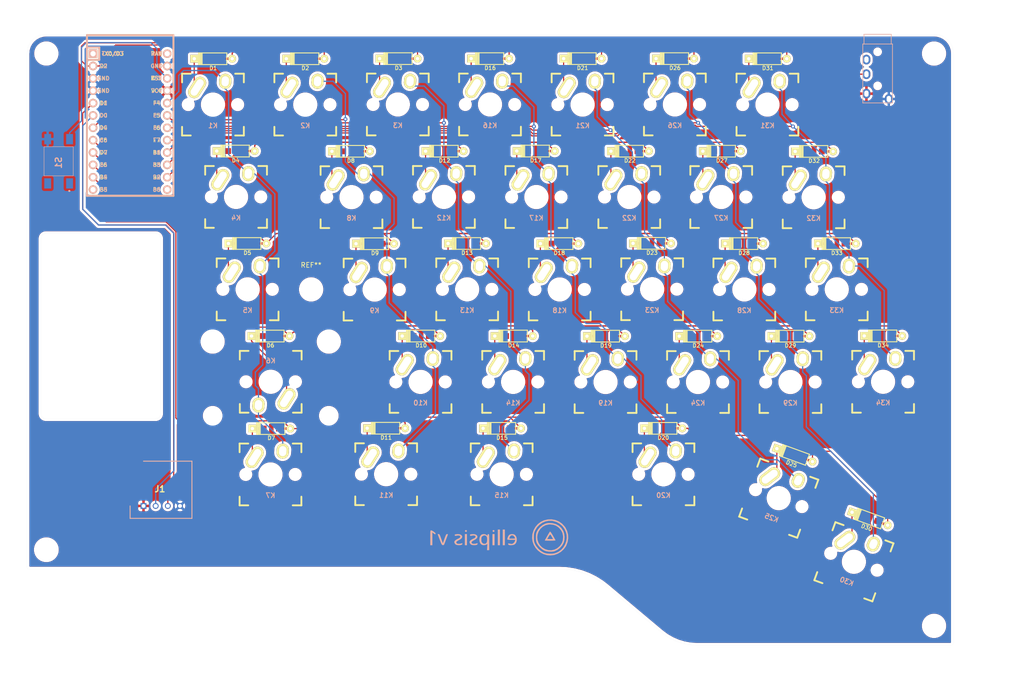
<source format=kicad_pcb>
(kicad_pcb (version 20171130) (host pcbnew "(5.1.5)-3")
  (layers (0 F.Cu signal) (31 B.Cu signal) (34 B.Paste user) (35 F.Paste user) (36 B.SilkS user) (37 F.SilkS user) (38 B.Mask user) (39 F.Mask user) (44 Edge.Cuts user))
  (net 0 "")
  (net 1 /row0)
  (net 2 "Net-(D1-Pad1)")
  (net 3 "Net-(D2-Pad1)")
  (net 4 "Net-(D3-Pad1)")
  (net 5 /row1)
  (net 6 "Net-(D4-Pad1)")
  (net 7 /row2)
  (net 8 "Net-(D5-Pad1)")
  (net 9 /row3)
  (net 10 "Net-(D6-Pad1)")
  (net 11 /row4)
  (net 12 "Net-(D7-Pad1)")
  (net 13 "Net-(D8-Pad1)")
  (net 14 "Net-(D9-Pad1)")
  (net 15 "Net-(D10-Pad1)")
  (net 16 "Net-(D11-Pad1)")
  (net 17 "Net-(D12-Pad1)")
  (net 18 "Net-(D13-Pad1)")
  (net 19 "Net-(D14-Pad1)")
  (net 20 "Net-(D15-Pad1)")
  (net 21 "Net-(D16-Pad1)")
  (net 22 "Net-(D17-Pad1)")
  (net 23 "Net-(D18-Pad1)")
  (net 24 "Net-(D19-Pad1)")
  (net 25 "Net-(D20-Pad1)")
  (net 26 "Net-(D21-Pad1)")
  (net 27 "Net-(D22-Pad1)")
  (net 28 "Net-(D23-Pad1)")
  (net 29 "Net-(D24-Pad1)")
  (net 30 "Net-(D25-Pad1)")
  (net 31 "Net-(D26-Pad1)")
  (net 32 "Net-(D27-Pad1)")
  (net 33 "Net-(D28-Pad1)")
  (net 34 "Net-(D29-Pad1)")
  (net 35 "Net-(D30-Pad1)")
  (net 36 "Net-(D31-Pad1)")
  (net 37 "Net-(D32-Pad1)")
  (net 38 "Net-(D33-Pad1)")
  (net 39 "Net-(D34-Pad1)")
  (net 40 /col0)
  (net 41 /col1)
  (net 42 /col2)
  (net 43 /col3)
  (net 44 /col4)
  (net 45 /col5)
  (net 46 /col6)
  (net 47 /VCC)
  (net 48 /GND)
  (net 49 /serial)
  (net 50 "Net-(U1-Pad4)")
  (net 51 "Net-(S1-Pad3)")
  (net 52 "Net-(U2-Pad1)")
  (net 53 "Net-(U2-Pad13)")
  (net 54 "Net-(U2-Pad24)")
  (net 55 /SCL)
  (net 56 /SDA)
  (net 57 "Net-(U2-Pad12)")
  (net 58 "Net-(S1-Pad1)")
  (net 59 /RST)
  (module graphics:emblem_with_version (layer B.Cu) (at 125 128.21 180)
    (fp_text reference G*** hide)
    (fp_text value LOGO hide)
  )
  (module MountingHole:MountingHole_4mm (layer F.Cu) (at 214.75 28.76)
    (fp_text reference " " (at -5.28 0.42) (layer F.SilkS))
    (fp_text value MountingHole_4mm)
    (pad 1 np_thru_hole circle (at 0 0) (size 4 4) (drill 4) (layers *.Cu *.Mask))
  )
  (module MountingHole:MountingHole_4mm (layer F.Cu) (at 86.71 77.24)
    (fp_text reference REF** (at 0 -5) (layer F.SilkS))
    (fp_text value MountingHole_4mm)
    (pad 1 np_thru_hole circle (at 0 0) (size 4 4) (drill 4) (layers *.Cu *.Mask))
  )
  (module MountingHole:MountingHole_4mm (layer F.Cu) (at 214.75 146.4)
    (fp_text reference " " (at -8.23 -1.59) (layer F.SilkS))
    (fp_text value MountingHole_4mm)
    (pad 1 np_thru_hole circle (at 0 0) (size 4 4) (drill 4) (layers *.Cu *.Mask))
  )
  (module MountingHole:MountingHole_4mm (layer F.Cu) (at 32.28 28.75)
    (fp_text reference " " (at 5.23 -0.03) (layer F.SilkS))
    (fp_text value MountingHole_4mm)
    (pad 1 np_thru_hole circle (at 0 0) (size 4 4) (drill 4) (layers *.Cu *.Mask))
  )
  (module MountingHole:MountingHole_4mm (layer F.Cu) (at 32.28 130.75)
    (fp_text reference " " (at 6.48 0.01) (layer F.SilkS))
    (fp_text value MountingHole_4mm)
    (pad "" np_thru_hole circle (at 0 0) (size 4.1 4.1) (drill 4.1) (layers *.Cu *.Mask))
  )
  (module keyboard_parts:D_SOD123_axial (layer F.Cu) (at 66.575 29.825)
    (fp_text reference D1 (at 0 1.925) (layer F.SilkS) (effects (font (size 0.8 0.8))))
    (fp_text value D_ESC hide)
    (pad 2 smd rect (at 1.575 0) (size 1.2 1.2) (layers F.Cu F.Paste F.Mask) (net 1 /row0))
    (pad 1 smd rect (at -1.575 0) (size 1.2 1.2) (layers F.Cu F.Paste F.Mask) (net 2 "Net-(D1-Pad1)"))
    (pad 1 thru_hole rect (at -3.9 0) (size 1.6 1.6) (drill 0.7) (layers *.Cu *.Mask F.SilkS) (net 2 "Net-(D1-Pad1)"))
    (pad 2 thru_hole circle (at 3.9 0) (size 1.6 1.6) (drill 0.7) (layers *.Cu *.Mask F.SilkS) (net 1 /row0))
    (pad 1 smd rect (at -2.7 0) (size 2.5 0.5) (layers F.Cu) (net 2 "Net-(D1-Pad1)"))
    (pad 2 smd rect (at 2.7 0) (size 2.5 0.5) (layers F.Cu) (net 1 /row0))
  )
  (module keyboard_parts:D_SOD123_axial (layer F.Cu) (at 85.5 29.825)
    (fp_text reference D2 (at 0 1.925) (layer F.SilkS) (effects (font (size 0.8 0.8))))
    (fp_text value D_1 hide)
    (pad 2 smd rect (at 2.7 0) (size 2.5 0.5) (layers F.Cu) (net 1 /row0))
    (pad 1 smd rect (at -2.7 0) (size 2.5 0.5) (layers F.Cu) (net 3 "Net-(D2-Pad1)"))
    (pad 2 thru_hole circle (at 3.9 0) (size 1.6 1.6) (drill 0.7) (layers *.Cu *.Mask F.SilkS) (net 1 /row0))
    (pad 1 thru_hole rect (at -3.9 0) (size 1.6 1.6) (drill 0.7) (layers *.Cu *.Mask F.SilkS) (net 3 "Net-(D2-Pad1)"))
    (pad 1 smd rect (at -1.575 0) (size 1.2 1.2) (layers F.Cu F.Paste F.Mask) (net 3 "Net-(D2-Pad1)"))
    (pad 2 smd rect (at 1.575 0) (size 1.2 1.2) (layers F.Cu F.Paste F.Mask) (net 1 /row0))
  )
  (module keyboard_parts:D_SOD123_axial (layer F.Cu) (at 104.675 29.8)
    (fp_text reference D3 (at 0 1.925) (layer F.SilkS) (effects (font (size 0.8 0.8))))
    (fp_text value D_2 hide)
    (pad 2 smd rect (at 1.575 0) (size 1.2 1.2) (layers F.Cu F.Paste F.Mask) (net 1 /row0))
    (pad 1 smd rect (at -1.575 0) (size 1.2 1.2) (layers F.Cu F.Paste F.Mask) (net 4 "Net-(D3-Pad1)"))
    (pad 1 thru_hole rect (at -3.9 0) (size 1.6 1.6) (drill 0.7) (layers *.Cu *.Mask F.SilkS) (net 4 "Net-(D3-Pad1)"))
    (pad 2 thru_hole circle (at 3.9 0) (size 1.6 1.6) (drill 0.7) (layers *.Cu *.Mask F.SilkS) (net 1 /row0))
    (pad 1 smd rect (at -2.7 0) (size 2.5 0.5) (layers F.Cu) (net 4 "Net-(D3-Pad1)"))
    (pad 2 smd rect (at 2.7 0) (size 2.5 0.5) (layers F.Cu) (net 1 /row0))
  )
  (module keyboard_parts:D_SOD123_axial (layer F.Cu) (at 71.2 48.8)
    (fp_text reference D4 (at 0 1.925) (layer F.SilkS) (effects (font (size 0.8 0.8))))
    (fp_text value D_TAB hide)
    (pad 2 smd rect (at 1.575 0) (size 1.2 1.2) (layers F.Cu F.Paste F.Mask) (net 5 /row1))
    (pad 1 smd rect (at -1.575 0) (size 1.2 1.2) (layers F.Cu F.Paste F.Mask) (net 6 "Net-(D4-Pad1)"))
    (pad 1 thru_hole rect (at -3.9 0) (size 1.6 1.6) (drill 0.7) (layers *.Cu *.Mask F.SilkS) (net 6 "Net-(D4-Pad1)"))
    (pad 2 thru_hole circle (at 3.9 0) (size 1.6 1.6) (drill 0.7) (layers *.Cu *.Mask F.SilkS) (net 5 /row1))
    (pad 1 smd rect (at -2.7 0) (size 2.5 0.5) (layers F.Cu) (net 6 "Net-(D4-Pad1)"))
    (pad 2 smd rect (at 2.7 0) (size 2.5 0.5) (layers F.Cu) (net 5 /row1))
  )
  (module keyboard_parts:D_SOD123_axial (layer F.Cu) (at 73.6 67.8)
    (fp_text reference D5 (at 0 1.925) (layer F.SilkS) (effects (font (size 0.8 0.8))))
    (fp_text value D_CAPS hide)
    (pad 2 smd rect (at 2.7 0) (size 2.5 0.5) (layers F.Cu) (net 7 /row2))
    (pad 1 smd rect (at -2.7 0) (size 2.5 0.5) (layers F.Cu) (net 8 "Net-(D5-Pad1)"))
    (pad 2 thru_hole circle (at 3.9 0) (size 1.6 1.6) (drill 0.7) (layers *.Cu *.Mask F.SilkS) (net 7 /row2))
    (pad 1 thru_hole rect (at -3.9 0) (size 1.6 1.6) (drill 0.7) (layers *.Cu *.Mask F.SilkS) (net 8 "Net-(D5-Pad1)"))
    (pad 1 smd rect (at -1.575 0) (size 1.2 1.2) (layers F.Cu F.Paste F.Mask) (net 8 "Net-(D5-Pad1)"))
    (pad 2 smd rect (at 1.575 0) (size 1.2 1.2) (layers F.Cu F.Paste F.Mask) (net 7 /row2))
  )
  (module keyboard_parts:D_SOD123_axial (layer F.Cu) (at 78.35 86.825)
    (fp_text reference D6 (at 0 1.925) (layer F.SilkS) (effects (font (size 0.8 0.8))))
    (fp_text value D_LSFT hide)
    (pad 2 smd rect (at 2.7 0) (size 2.5 0.5) (layers F.Cu) (net 9 /row3))
    (pad 1 smd rect (at -2.7 0) (size 2.5 0.5) (layers F.Cu) (net 10 "Net-(D6-Pad1)"))
    (pad 2 thru_hole circle (at 3.9 0) (size 1.6 1.6) (drill 0.7) (layers *.Cu *.Mask F.SilkS) (net 9 /row3))
    (pad 1 thru_hole rect (at -3.9 0) (size 1.6 1.6) (drill 0.7) (layers *.Cu *.Mask F.SilkS) (net 10 "Net-(D6-Pad1)"))
    (pad 1 smd rect (at -1.575 0) (size 1.2 1.2) (layers F.Cu F.Paste F.Mask) (net 10 "Net-(D6-Pad1)"))
    (pad 2 smd rect (at 1.575 0) (size 1.2 1.2) (layers F.Cu F.Paste F.Mask) (net 9 /row3))
  )
  (module keyboard_parts:D_SOD123_axial (layer F.Cu) (at 78.525 105.85)
    (fp_text reference D7 (at 0 1.925) (layer F.SilkS) (effects (font (size 0.8 0.8))))
    (fp_text value D_LCTL hide)
    (pad 2 smd rect (at 1.575 0) (size 1.2 1.2) (layers F.Cu F.Paste F.Mask) (net 11 /row4))
    (pad 1 smd rect (at -1.575 0) (size 1.2 1.2) (layers F.Cu F.Paste F.Mask) (net 12 "Net-(D7-Pad1)"))
    (pad 1 thru_hole rect (at -3.9 0) (size 1.6 1.6) (drill 0.7) (layers *.Cu *.Mask F.SilkS) (net 12 "Net-(D7-Pad1)"))
    (pad 2 thru_hole circle (at 3.9 0) (size 1.6 1.6) (drill 0.7) (layers *.Cu *.Mask F.SilkS) (net 11 /row4))
    (pad 1 smd rect (at -2.7 0) (size 2.5 0.5) (layers F.Cu) (net 12 "Net-(D7-Pad1)"))
    (pad 2 smd rect (at 2.7 0) (size 2.5 0.5) (layers F.Cu) (net 11 /row4))
  )
  (module keyboard_parts:D_SOD123_axial (layer F.Cu) (at 94.875 48.85)
    (fp_text reference D8 (at 0 1.925) (layer F.SilkS) (effects (font (size 0.8 0.8))))
    (fp_text value D_Q hide)
    (pad 2 smd rect (at 2.7 0) (size 2.5 0.5) (layers F.Cu) (net 5 /row1))
    (pad 1 smd rect (at -2.7 0) (size 2.5 0.5) (layers F.Cu) (net 13 "Net-(D8-Pad1)"))
    (pad 2 thru_hole circle (at 3.9 0) (size 1.6 1.6) (drill 0.7) (layers *.Cu *.Mask F.SilkS) (net 5 /row1))
    (pad 1 thru_hole rect (at -3.9 0) (size 1.6 1.6) (drill 0.7) (layers *.Cu *.Mask F.SilkS) (net 13 "Net-(D8-Pad1)"))
    (pad 1 smd rect (at -1.575 0) (size 1.2 1.2) (layers F.Cu F.Paste F.Mask) (net 13 "Net-(D8-Pad1)"))
    (pad 2 smd rect (at 1.575 0) (size 1.2 1.2) (layers F.Cu F.Paste F.Mask) (net 5 /row1))
  )
  (module keyboard_parts:D_SOD123_axial (layer F.Cu) (at 99.825 67.85)
    (fp_text reference D9 (at 0 1.925) (layer F.SilkS) (effects (font (size 0.8 0.8))))
    (fp_text value D_A hide)
    (pad 2 smd rect (at 1.575 0) (size 1.2 1.2) (layers F.Cu F.Paste F.Mask) (net 7 /row2))
    (pad 1 smd rect (at -1.575 0) (size 1.2 1.2) (layers F.Cu F.Paste F.Mask) (net 14 "Net-(D9-Pad1)"))
    (pad 1 thru_hole rect (at -3.9 0) (size 1.6 1.6) (drill 0.7) (layers *.Cu *.Mask F.SilkS) (net 14 "Net-(D9-Pad1)"))
    (pad 2 thru_hole circle (at 3.9 0) (size 1.6 1.6) (drill 0.7) (layers *.Cu *.Mask F.SilkS) (net 7 /row2))
    (pad 1 smd rect (at -2.7 0) (size 2.5 0.5) (layers F.Cu) (net 14 "Net-(D9-Pad1)"))
    (pad 2 smd rect (at 2.7 0) (size 2.5 0.5) (layers F.Cu) (net 7 /row2))
  )
  (module keyboard_parts:D_SOD123_axial (layer F.Cu) (at 109.325 86.825)
    (fp_text reference D10 (at 0 1.925) (layer F.SilkS) (effects (font (size 0.8 0.8))))
    (fp_text value D_Z hide)
    (pad 2 smd rect (at 1.575 0) (size 1.2 1.2) (layers F.Cu F.Paste F.Mask) (net 9 /row3))
    (pad 1 smd rect (at -1.575 0) (size 1.2 1.2) (layers F.Cu F.Paste F.Mask) (net 15 "Net-(D10-Pad1)"))
    (pad 1 thru_hole rect (at -3.9 0) (size 1.6 1.6) (drill 0.7) (layers *.Cu *.Mask F.SilkS) (net 15 "Net-(D10-Pad1)"))
    (pad 2 thru_hole circle (at 3.9 0) (size 1.6 1.6) (drill 0.7) (layers *.Cu *.Mask F.SilkS) (net 9 /row3))
    (pad 1 smd rect (at -2.7 0) (size 2.5 0.5) (layers F.Cu) (net 15 "Net-(D10-Pad1)"))
    (pad 2 smd rect (at 2.7 0) (size 2.5 0.5) (layers F.Cu) (net 9 /row3))
  )
  (module keyboard_parts:D_SOD123_axial (layer F.Cu) (at 102.125 105.775)
    (fp_text reference D11 (at 0 1.925) (layer F.SilkS) (effects (font (size 0.8 0.8))))
    (fp_text value D_LSUP hide)
    (pad 2 smd rect (at 2.7 0) (size 2.5 0.5) (layers F.Cu) (net 11 /row4))
    (pad 1 smd rect (at -2.7 0) (size 2.5 0.5) (layers F.Cu) (net 16 "Net-(D11-Pad1)"))
    (pad 2 thru_hole circle (at 3.9 0) (size 1.6 1.6) (drill 0.7) (layers *.Cu *.Mask F.SilkS) (net 11 /row4))
    (pad 1 thru_hole rect (at -3.9 0) (size 1.6 1.6) (drill 0.7) (layers *.Cu *.Mask F.SilkS) (net 16 "Net-(D11-Pad1)"))
    (pad 1 smd rect (at -1.575 0) (size 1.2 1.2) (layers F.Cu F.Paste F.Mask) (net 16 "Net-(D11-Pad1)"))
    (pad 2 smd rect (at 1.575 0) (size 1.2 1.2) (layers F.Cu F.Paste F.Mask) (net 11 /row4))
  )
  (module keyboard_parts:D_SOD123_axial (layer F.Cu) (at 114.125 48.825)
    (fp_text reference D12 (at 0 1.925) (layer F.SilkS) (effects (font (size 0.8 0.8))))
    (fp_text value D_W hide)
    (pad 2 smd rect (at 2.7 0) (size 2.5 0.5) (layers F.Cu) (net 5 /row1))
    (pad 1 smd rect (at -2.7 0) (size 2.5 0.5) (layers F.Cu) (net 17 "Net-(D12-Pad1)"))
    (pad 2 thru_hole circle (at 3.9 0) (size 1.6 1.6) (drill 0.7) (layers *.Cu *.Mask F.SilkS) (net 5 /row1))
    (pad 1 thru_hole rect (at -3.9 0) (size 1.6 1.6) (drill 0.7) (layers *.Cu *.Mask F.SilkS) (net 17 "Net-(D12-Pad1)"))
    (pad 1 smd rect (at -1.575 0) (size 1.2 1.2) (layers F.Cu F.Paste F.Mask) (net 17 "Net-(D12-Pad1)"))
    (pad 2 smd rect (at 1.575 0) (size 1.2 1.2) (layers F.Cu F.Paste F.Mask) (net 5 /row1))
  )
  (module keyboard_parts:D_SOD123_axial (layer F.Cu) (at 118.75 67.8)
    (fp_text reference D13 (at 0 1.925) (layer F.SilkS) (effects (font (size 0.8 0.8))))
    (fp_text value D_S hide)
    (pad 2 smd rect (at 1.575 0) (size 1.2 1.2) (layers F.Cu F.Paste F.Mask) (net 7 /row2))
    (pad 1 smd rect (at -1.575 0) (size 1.2 1.2) (layers F.Cu F.Paste F.Mask) (net 18 "Net-(D13-Pad1)"))
    (pad 1 thru_hole rect (at -3.9 0) (size 1.6 1.6) (drill 0.7) (layers *.Cu *.Mask F.SilkS) (net 18 "Net-(D13-Pad1)"))
    (pad 2 thru_hole circle (at 3.9 0) (size 1.6 1.6) (drill 0.7) (layers *.Cu *.Mask F.SilkS) (net 7 /row2))
    (pad 1 smd rect (at -2.7 0) (size 2.5 0.5) (layers F.Cu) (net 18 "Net-(D13-Pad1)"))
    (pad 2 smd rect (at 2.7 0) (size 2.5 0.5) (layers F.Cu) (net 7 /row2))
  )
  (module keyboard_parts:D_SOD123_axial (layer F.Cu) (at 128.35 86.825)
    (fp_text reference D14 (at 0 1.925) (layer F.SilkS) (effects (font (size 0.8 0.8))))
    (fp_text value D_X hide)
    (pad 2 smd rect (at 2.7 0) (size 2.5 0.5) (layers F.Cu) (net 9 /row3))
    (pad 1 smd rect (at -2.7 0) (size 2.5 0.5) (layers F.Cu) (net 19 "Net-(D14-Pad1)"))
    (pad 2 thru_hole circle (at 3.9 0) (size 1.6 1.6) (drill 0.7) (layers *.Cu *.Mask F.SilkS) (net 9 /row3))
    (pad 1 thru_hole rect (at -3.9 0) (size 1.6 1.6) (drill 0.7) (layers *.Cu *.Mask F.SilkS) (net 19 "Net-(D14-Pad1)"))
    (pad 1 smd rect (at -1.575 0) (size 1.2 1.2) (layers F.Cu F.Paste F.Mask) (net 19 "Net-(D14-Pad1)"))
    (pad 2 smd rect (at 1.575 0) (size 1.2 1.2) (layers F.Cu F.Paste F.Mask) (net 9 /row3))
  )
  (module keyboard_parts:D_SOD123_axial (layer F.Cu) (at 125.95 105.8)
    (fp_text reference D15 (at 0 1.925) (layer F.SilkS) (effects (font (size 0.8 0.8))))
    (fp_text value D_LALT hide)
    (pad 2 smd rect (at 1.575 0) (size 1.2 1.2) (layers F.Cu F.Paste F.Mask) (net 11 /row4))
    (pad 1 smd rect (at -1.575 0) (size 1.2 1.2) (layers F.Cu F.Paste F.Mask) (net 20 "Net-(D15-Pad1)"))
    (pad 1 thru_hole rect (at -3.9 0) (size 1.6 1.6) (drill 0.7) (layers *.Cu *.Mask F.SilkS) (net 20 "Net-(D15-Pad1)"))
    (pad 2 thru_hole circle (at 3.9 0) (size 1.6 1.6) (drill 0.7) (layers *.Cu *.Mask F.SilkS) (net 11 /row4))
    (pad 1 smd rect (at -2.7 0) (size 2.5 0.5) (layers F.Cu) (net 20 "Net-(D15-Pad1)"))
    (pad 2 smd rect (at 2.7 0) (size 2.5 0.5) (layers F.Cu) (net 11 /row4))
  )
  (module keyboard_parts:D_SOD123_axial (layer F.Cu) (at 123.5 29.8)
    (fp_text reference D16 (at 0 1.925) (layer F.SilkS) (effects (font (size 0.8 0.8))))
    (fp_text value D_3 hide)
    (pad 2 smd rect (at 1.575 0) (size 1.2 1.2) (layers F.Cu F.Paste F.Mask) (net 1 /row0))
    (pad 1 smd rect (at -1.575 0) (size 1.2 1.2) (layers F.Cu F.Paste F.Mask) (net 21 "Net-(D16-Pad1)"))
    (pad 1 thru_hole rect (at -3.9 0) (size 1.6 1.6) (drill 0.7) (layers *.Cu *.Mask F.SilkS) (net 21 "Net-(D16-Pad1)"))
    (pad 2 thru_hole circle (at 3.9 0) (size 1.6 1.6) (drill 0.7) (layers *.Cu *.Mask F.SilkS) (net 1 /row0))
    (pad 1 smd rect (at -2.7 0) (size 2.5 0.5) (layers F.Cu) (net 21 "Net-(D16-Pad1)"))
    (pad 2 smd rect (at 2.7 0) (size 2.5 0.5) (layers F.Cu) (net 1 /row0))
  )
  (module keyboard_parts:D_SOD123_axial (layer F.Cu) (at 132.875 48.8)
    (fp_text reference D17 (at 0 1.925) (layer F.SilkS) (effects (font (size 0.8 0.8))))
    (fp_text value D_E hide)
    (pad 2 smd rect (at 2.7 0) (size 2.5 0.5) (layers F.Cu) (net 5 /row1))
    (pad 1 smd rect (at -2.7 0) (size 2.5 0.5) (layers F.Cu) (net 22 "Net-(D17-Pad1)"))
    (pad 2 thru_hole circle (at 3.9 0) (size 1.6 1.6) (drill 0.7) (layers *.Cu *.Mask F.SilkS) (net 5 /row1))
    (pad 1 thru_hole rect (at -3.9 0) (size 1.6 1.6) (drill 0.7) (layers *.Cu *.Mask F.SilkS) (net 22 "Net-(D17-Pad1)"))
    (pad 1 smd rect (at -1.575 0) (size 1.2 1.2) (layers F.Cu F.Paste F.Mask) (net 22 "Net-(D17-Pad1)"))
    (pad 2 smd rect (at 1.575 0) (size 1.2 1.2) (layers F.Cu F.Paste F.Mask) (net 5 /row1))
  )
  (module keyboard_parts:D_SOD123_axial (layer F.Cu) (at 137.725 67.825)
    (fp_text reference D18 (at 0 1.925) (layer F.SilkS) (effects (font (size 0.8 0.8))))
    (fp_text value D_D hide)
    (pad 2 smd rect (at 2.7 0) (size 2.5 0.5) (layers F.Cu) (net 7 /row2))
    (pad 1 smd rect (at -2.7 0) (size 2.5 0.5) (layers F.Cu) (net 23 "Net-(D18-Pad1)"))
    (pad 2 thru_hole circle (at 3.9 0) (size 1.6 1.6) (drill 0.7) (layers *.Cu *.Mask F.SilkS) (net 7 /row2))
    (pad 1 thru_hole rect (at -3.9 0) (size 1.6 1.6) (drill 0.7) (layers *.Cu *.Mask F.SilkS) (net 23 "Net-(D18-Pad1)"))
    (pad 1 smd rect (at -1.575 0) (size 1.2 1.2) (layers F.Cu F.Paste F.Mask) (net 23 "Net-(D18-Pad1)"))
    (pad 2 smd rect (at 1.575 0) (size 1.2 1.2) (layers F.Cu F.Paste F.Mask) (net 7 /row2))
  )
  (module keyboard_parts:D_SOD123_axial (layer F.Cu) (at 147.3 86.85)
    (fp_text reference D19 (at 0 1.925) (layer F.SilkS) (effects (font (size 0.8 0.8))))
    (fp_text value D_C hide)
    (pad 2 smd rect (at 1.575 0) (size 1.2 1.2) (layers F.Cu F.Paste F.Mask) (net 9 /row3))
    (pad 1 smd rect (at -1.575 0) (size 1.2 1.2) (layers F.Cu F.Paste F.Mask) (net 24 "Net-(D19-Pad1)"))
    (pad 1 thru_hole rect (at -3.9 0) (size 1.6 1.6) (drill 0.7) (layers *.Cu *.Mask F.SilkS) (net 24 "Net-(D19-Pad1)"))
    (pad 2 thru_hole circle (at 3.9 0) (size 1.6 1.6) (drill 0.7) (layers *.Cu *.Mask F.SilkS) (net 9 /row3))
    (pad 1 smd rect (at -2.7 0) (size 2.5 0.5) (layers F.Cu) (net 24 "Net-(D19-Pad1)"))
    (pad 2 smd rect (at 2.7 0) (size 2.5 0.5) (layers F.Cu) (net 9 /row3))
  )
  (module keyboard_parts:D_SOD123_axial (layer F.Cu) (at 159.1 105.8)
    (fp_text reference D20 (at 0 1.925) (layer F.SilkS) (effects (font (size 0.8 0.8))))
    (fp_text value D_TL1 hide)
    (pad 2 smd rect (at 2.7 0) (size 2.5 0.5) (layers F.Cu) (net 11 /row4))
    (pad 1 smd rect (at -2.7 0) (size 2.5 0.5) (layers F.Cu) (net 25 "Net-(D20-Pad1)"))
    (pad 2 thru_hole circle (at 3.9 0) (size 1.6 1.6) (drill 0.7) (layers *.Cu *.Mask F.SilkS) (net 11 /row4))
    (pad 1 thru_hole rect (at -3.9 0) (size 1.6 1.6) (drill 0.7) (layers *.Cu *.Mask F.SilkS) (net 25 "Net-(D20-Pad1)"))
    (pad 1 smd rect (at -1.575 0) (size 1.2 1.2) (layers F.Cu F.Paste F.Mask) (net 25 "Net-(D20-Pad1)"))
    (pad 2 smd rect (at 1.575 0) (size 1.2 1.2) (layers F.Cu F.Paste F.Mask) (net 11 /row4))
  )
  (module keyboard_parts:D_SOD123_axial (layer F.Cu) (at 142.5 29.8)
    (fp_text reference D21 (at 0 1.925) (layer F.SilkS) (effects (font (size 0.8 0.8))))
    (fp_text value D_4 hide)
    (pad 2 smd rect (at 2.7 0) (size 2.5 0.5) (layers F.Cu) (net 1 /row0))
    (pad 1 smd rect (at -2.7 0) (size 2.5 0.5) (layers F.Cu) (net 26 "Net-(D21-Pad1)"))
    (pad 2 thru_hole circle (at 3.9 0) (size 1.6 1.6) (drill 0.7) (layers *.Cu *.Mask F.SilkS) (net 1 /row0))
    (pad 1 thru_hole rect (at -3.9 0) (size 1.6 1.6) (drill 0.7) (layers *.Cu *.Mask F.SilkS) (net 26 "Net-(D21-Pad1)"))
    (pad 1 smd rect (at -1.575 0) (size 1.2 1.2) (layers F.Cu F.Paste F.Mask) (net 26 "Net-(D21-Pad1)"))
    (pad 2 smd rect (at 1.575 0) (size 1.2 1.2) (layers F.Cu F.Paste F.Mask) (net 1 /row0))
  )
  (module keyboard_parts:D_SOD123_axial (layer F.Cu) (at 152.225 48.825)
    (fp_text reference D22 (at 0 1.925) (layer F.SilkS) (effects (font (size 0.8 0.8))))
    (fp_text value D_R hide)
    (pad 2 smd rect (at 1.575 0) (size 1.2 1.2) (layers F.Cu F.Paste F.Mask) (net 5 /row1))
    (pad 1 smd rect (at -1.575 0) (size 1.2 1.2) (layers F.Cu F.Paste F.Mask) (net 27 "Net-(D22-Pad1)"))
    (pad 1 thru_hole rect (at -3.9 0) (size 1.6 1.6) (drill 0.7) (layers *.Cu *.Mask F.SilkS) (net 27 "Net-(D22-Pad1)"))
    (pad 2 thru_hole circle (at 3.9 0) (size 1.6 1.6) (drill 0.7) (layers *.Cu *.Mask F.SilkS) (net 5 /row1))
    (pad 1 smd rect (at -2.7 0) (size 2.5 0.5) (layers F.Cu) (net 27 "Net-(D22-Pad1)"))
    (pad 2 smd rect (at 2.7 0) (size 2.5 0.5) (layers F.Cu) (net 5 /row1))
  )
  (module keyboard_parts:D_SOD123_axial (layer F.Cu) (at 156.775 67.775)
    (fp_text reference D23 (at 0 1.925) (layer F.SilkS) (effects (font (size 0.8 0.8))))
    (fp_text value D_F hide)
    (pad 2 smd rect (at 1.575 0) (size 1.2 1.2) (layers F.Cu F.Paste F.Mask) (net 7 /row2))
    (pad 1 smd rect (at -1.575 0) (size 1.2 1.2) (layers F.Cu F.Paste F.Mask) (net 28 "Net-(D23-Pad1)"))
    (pad 1 thru_hole rect (at -3.9 0) (size 1.6 1.6) (drill 0.7) (layers *.Cu *.Mask F.SilkS) (net 28 "Net-(D23-Pad1)"))
    (pad 2 thru_hole circle (at 3.9 0) (size 1.6 1.6) (drill 0.7) (layers *.Cu *.Mask F.SilkS) (net 7 /row2))
    (pad 1 smd rect (at -2.7 0) (size 2.5 0.5) (layers F.Cu) (net 28 "Net-(D23-Pad1)"))
    (pad 2 smd rect (at 2.7 0) (size 2.5 0.5) (layers F.Cu) (net 7 /row2))
  )
  (module keyboard_parts:D_SOD123_axial (layer F.Cu) (at 166.275 86.85)
    (fp_text reference D24 (at 0 1.925) (layer F.SilkS) (effects (font (size 0.8 0.8))))
    (fp_text value D_V hide)
    (pad 2 smd rect (at 2.7 0) (size 2.5 0.5) (layers F.Cu) (net 9 /row3))
    (pad 1 smd rect (at -2.7 0) (size 2.5 0.5) (layers F.Cu) (net 29 "Net-(D24-Pad1)"))
    (pad 2 thru_hole circle (at 3.9 0) (size 1.6 1.6) (drill 0.7) (layers *.Cu *.Mask F.SilkS) (net 9 /row3))
    (pad 1 thru_hole rect (at -3.9 0) (size 1.6 1.6) (drill 0.7) (layers *.Cu *.Mask F.SilkS) (net 29 "Net-(D24-Pad1)"))
    (pad 1 smd rect (at -1.575 0) (size 1.2 1.2) (layers F.Cu F.Paste F.Mask) (net 29 "Net-(D24-Pad1)"))
    (pad 2 smd rect (at 1.575 0) (size 1.2 1.2) (layers F.Cu F.Paste F.Mask) (net 9 /row3))
  )
  (module keyboard_parts:D_SOD123_axial (layer F.Cu) (at 186.1 111.3 340)
    (fp_text reference D25 (at 0 1.925 160) (layer F.SilkS) (effects (font (size 0.8 0.8))))
    (fp_text value D_TL2 hide)
    (pad 2 smd rect (at 1.575 0 340) (size 1.2 1.2) (layers F.Cu F.Paste F.Mask) (net 11 /row4))
    (pad 1 smd rect (at -1.575 0 340) (size 1.2 1.2) (layers F.Cu F.Paste F.Mask) (net 30 "Net-(D25-Pad1)"))
    (pad 1 thru_hole rect (at -3.9 0 340) (size 1.6 1.6) (drill 0.7) (layers *.Cu *.Mask F.SilkS) (net 30 "Net-(D25-Pad1)"))
    (pad 2 thru_hole circle (at 3.9 0 340) (size 1.6 1.6) (drill 0.7) (layers *.Cu *.Mask F.SilkS) (net 11 /row4))
    (pad 1 smd rect (at -2.7 0 340) (size 2.5 0.5) (layers F.Cu) (net 30 "Net-(D25-Pad1)"))
    (pad 2 smd rect (at 2.7 0 340) (size 2.5 0.5) (layers F.Cu) (net 11 /row4))
  )
  (module keyboard_parts:D_SOD123_axial (layer F.Cu) (at 161.5 29.8)
    (fp_text reference D26 (at 0 1.925) (layer F.SilkS) (effects (font (size 0.8 0.8))))
    (fp_text value D_5 hide)
    (pad 2 smd rect (at 2.7 0) (size 2.5 0.5) (layers F.Cu) (net 1 /row0))
    (pad 1 smd rect (at -2.7 0) (size 2.5 0.5) (layers F.Cu) (net 31 "Net-(D26-Pad1)"))
    (pad 2 thru_hole circle (at 3.9 0) (size 1.6 1.6) (drill 0.7) (layers *.Cu *.Mask F.SilkS) (net 1 /row0))
    (pad 1 thru_hole rect (at -3.9 0) (size 1.6 1.6) (drill 0.7) (layers *.Cu *.Mask F.SilkS) (net 31 "Net-(D26-Pad1)"))
    (pad 1 smd rect (at -1.575 0) (size 1.2 1.2) (layers F.Cu F.Paste F.Mask) (net 31 "Net-(D26-Pad1)"))
    (pad 2 smd rect (at 1.575 0) (size 1.2 1.2) (layers F.Cu F.Paste F.Mask) (net 1 /row0))
  )
  (module keyboard_parts:D_SOD123_axial (layer F.Cu) (at 171.125 48.825)
    (fp_text reference D27 (at 0 1.925) (layer F.SilkS) (effects (font (size 0.8 0.8))))
    (fp_text value D_T hide)
    (pad 2 smd rect (at 1.575 0) (size 1.2 1.2) (layers F.Cu F.Paste F.Mask) (net 5 /row1))
    (pad 1 smd rect (at -1.575 0) (size 1.2 1.2) (layers F.Cu F.Paste F.Mask) (net 32 "Net-(D27-Pad1)"))
    (pad 1 thru_hole rect (at -3.9 0) (size 1.6 1.6) (drill 0.7) (layers *.Cu *.Mask F.SilkS) (net 32 "Net-(D27-Pad1)"))
    (pad 2 thru_hole circle (at 3.9 0) (size 1.6 1.6) (drill 0.7) (layers *.Cu *.Mask F.SilkS) (net 5 /row1))
    (pad 1 smd rect (at -2.7 0) (size 2.5 0.5) (layers F.Cu) (net 32 "Net-(D27-Pad1)"))
    (pad 2 smd rect (at 2.7 0) (size 2.5 0.5) (layers F.Cu) (net 5 /row1))
  )
  (module keyboard_parts:D_SOD123_axial (layer F.Cu) (at 175.7 67.825)
    (fp_text reference D28 (at 0 1.925) (layer F.SilkS) (effects (font (size 0.8 0.8))))
    (fp_text value D_G hide)
    (pad 2 smd rect (at 2.7 0) (size 2.5 0.5) (layers F.Cu) (net 7 /row2))
    (pad 1 smd rect (at -2.7 0) (size 2.5 0.5) (layers F.Cu) (net 33 "Net-(D28-Pad1)"))
    (pad 2 thru_hole circle (at 3.9 0) (size 1.6 1.6) (drill 0.7) (layers *.Cu *.Mask F.SilkS) (net 7 /row2))
    (pad 1 thru_hole rect (at -3.9 0) (size 1.6 1.6) (drill 0.7) (layers *.Cu *.Mask F.SilkS) (net 33 "Net-(D28-Pad1)"))
    (pad 1 smd rect (at -1.575 0) (size 1.2 1.2) (layers F.Cu F.Paste F.Mask) (net 33 "Net-(D28-Pad1)"))
    (pad 2 smd rect (at 1.575 0) (size 1.2 1.2) (layers F.Cu F.Paste F.Mask) (net 7 /row2))
  )
  (module keyboard_parts:D_SOD123_axial (layer F.Cu) (at 185.225 86.85)
    (fp_text reference D29 (at 0 1.925) (layer F.SilkS) (effects (font (size 0.8 0.8))))
    (fp_text value D_B hide)
    (pad 2 smd rect (at 1.575 0) (size 1.2 1.2) (layers F.Cu F.Paste F.Mask) (net 9 /row3))
    (pad 1 smd rect (at -1.575 0) (size 1.2 1.2) (layers F.Cu F.Paste F.Mask) (net 34 "Net-(D29-Pad1)"))
    (pad 1 thru_hole rect (at -3.9 0) (size 1.6 1.6) (drill 0.7) (layers *.Cu *.Mask F.SilkS) (net 34 "Net-(D29-Pad1)"))
    (pad 2 thru_hole circle (at 3.9 0) (size 1.6 1.6) (drill 0.7) (layers *.Cu *.Mask F.SilkS) (net 9 /row3))
    (pad 1 smd rect (at -2.7 0) (size 2.5 0.5) (layers F.Cu) (net 34 "Net-(D29-Pad1)"))
    (pad 2 smd rect (at 2.7 0) (size 2.5 0.5) (layers F.Cu) (net 9 /row3))
  )
  (module keyboard_parts:D_SOD123_axial (layer F.Cu) (at 201.55 124.375 340)
    (fp_text reference D30 (at 0 1.925 160) (layer F.SilkS) (effects (font (size 0.8 0.8))))
    (fp_text value D_TL3 hide)
    (pad 2 smd rect (at 2.7 0 340) (size 2.5 0.5) (layers F.Cu) (net 11 /row4))
    (pad 1 smd rect (at -2.7 0 340) (size 2.5 0.5) (layers F.Cu) (net 35 "Net-(D30-Pad1)"))
    (pad 2 thru_hole circle (at 3.9 0 340) (size 1.6 1.6) (drill 0.7) (layers *.Cu *.Mask F.SilkS) (net 11 /row4))
    (pad 1 thru_hole rect (at -3.9 0 340) (size 1.6 1.6) (drill 0.7) (layers *.Cu *.Mask F.SilkS) (net 35 "Net-(D30-Pad1)"))
    (pad 1 smd rect (at -1.575 0 340) (size 1.2 1.2) (layers F.Cu F.Paste F.Mask) (net 35 "Net-(D30-Pad1)"))
    (pad 2 smd rect (at 1.575 0 340) (size 1.2 1.2) (layers F.Cu F.Paste F.Mask) (net 11 /row4))
  )
  (module keyboard_parts:D_SOD123_axial (layer F.Cu) (at 180.575 29.825)
    (fp_text reference D31 (at 0 1.925) (layer F.SilkS) (effects (font (size 0.8 0.8))))
    (fp_text value D_6 hide)
    (pad 2 smd rect (at 1.575 0) (size 1.2 1.2) (layers F.Cu F.Paste F.Mask) (net 1 /row0))
    (pad 1 smd rect (at -1.575 0) (size 1.2 1.2) (layers F.Cu F.Paste F.Mask) (net 36 "Net-(D31-Pad1)"))
    (pad 1 thru_hole rect (at -3.9 0) (size 1.6 1.6) (drill 0.7) (layers *.Cu *.Mask F.SilkS) (net 36 "Net-(D31-Pad1)"))
    (pad 2 thru_hole circle (at 3.9 0) (size 1.6 1.6) (drill 0.7) (layers *.Cu *.Mask F.SilkS) (net 1 /row0))
    (pad 1 smd rect (at -2.7 0) (size 2.5 0.5) (layers F.Cu) (net 36 "Net-(D31-Pad1)"))
    (pad 2 smd rect (at 2.7 0) (size 2.5 0.5) (layers F.Cu) (net 1 /row0))
  )
  (module keyboard_parts:D_SOD123_axial (layer F.Cu) (at 190.1 48.875)
    (fp_text reference D32 (at 0 1.925) (layer F.SilkS) (effects (font (size 0.8 0.8))))
    (fp_text value D_CL1 hide)
    (pad 2 smd rect (at 1.575 0) (size 1.2 1.2) (layers F.Cu F.Paste F.Mask) (net 5 /row1))
    (pad 1 smd rect (at -1.575 0) (size 1.2 1.2) (layers F.Cu F.Paste F.Mask) (net 37 "Net-(D32-Pad1)"))
    (pad 1 thru_hole rect (at -3.9 0) (size 1.6 1.6) (drill 0.7) (layers *.Cu *.Mask F.SilkS) (net 37 "Net-(D32-Pad1)"))
    (pad 2 thru_hole circle (at 3.9 0) (size 1.6 1.6) (drill 0.7) (layers *.Cu *.Mask F.SilkS) (net 5 /row1))
    (pad 1 smd rect (at -2.7 0) (size 2.5 0.5) (layers F.Cu) (net 37 "Net-(D32-Pad1)"))
    (pad 2 smd rect (at 2.7 0) (size 2.5 0.5) (layers F.Cu) (net 5 /row1))
  )
  (module keyboard_parts:D_SOD123_axial (layer F.Cu) (at 194.775 67.825)
    (fp_text reference D33 (at 0 1.925) (layer F.SilkS) (effects (font (size 0.8 0.8))))
    (fp_text value D_CL2 hide)
    (pad 2 smd rect (at 1.575 0) (size 1.2 1.2) (layers F.Cu F.Paste F.Mask) (net 7 /row2))
    (pad 1 smd rect (at -1.575 0) (size 1.2 1.2) (layers F.Cu F.Paste F.Mask) (net 38 "Net-(D33-Pad1)"))
    (pad 1 thru_hole rect (at -3.9 0) (size 1.6 1.6) (drill 0.7) (layers *.Cu *.Mask F.SilkS) (net 38 "Net-(D33-Pad1)"))
    (pad 2 thru_hole circle (at 3.9 0) (size 1.6 1.6) (drill 0.7) (layers *.Cu *.Mask F.SilkS) (net 7 /row2))
    (pad 1 smd rect (at -2.7 0) (size 2.5 0.5) (layers F.Cu) (net 38 "Net-(D33-Pad1)"))
    (pad 2 smd rect (at 2.7 0) (size 2.5 0.5) (layers F.Cu) (net 7 /row2))
  )
  (module keyboard_parts:D_SOD123_axial (layer F.Cu) (at 204.3 86.8)
    (fp_text reference D34 (at 0 1.925) (layer F.SilkS) (effects (font (size 0.8 0.8))))
    (fp_text value D_CL3 hide)
    (pad 2 smd rect (at 2.7 0) (size 2.5 0.5) (layers F.Cu) (net 9 /row3))
    (pad 1 smd rect (at -2.7 0) (size 2.5 0.5) (layers F.Cu) (net 39 "Net-(D34-Pad1)"))
    (pad 2 thru_hole circle (at 3.9 0) (size 1.6 1.6) (drill 0.7) (layers *.Cu *.Mask F.SilkS) (net 9 /row3))
    (pad 1 thru_hole rect (at -3.9 0) (size 1.6 1.6) (drill 0.7) (layers *.Cu *.Mask F.SilkS) (net 39 "Net-(D34-Pad1)"))
    (pad 1 smd rect (at -1.575 0) (size 1.2 1.2) (layers F.Cu F.Paste F.Mask) (net 39 "Net-(D34-Pad1)"))
    (pad 2 smd rect (at 1.575 0) (size 1.2 1.2) (layers F.Cu F.Paste F.Mask) (net 9 /row3))
  )
  (module mouser:SHDR4W60P0X250_1X4_1240X1150X670P (layer B.Cu) (at 52.25 121.75)
    (fp_text reference J1 (at 3.375 -3.475) (layer F.SilkS) (effects (font (size 1.27 1.27) (thickness 0.254))))
    (fp_text value OLED_CONN hide)
    (pad 1 thru_hole rect (at 0 0) (size 1.2 1.2) (drill 0.8) (layers *.Cu *.Mask) (net 47 /VCC))
    (pad 2 thru_hole circle (at 2.5 0) (size 1.2 1.2) (drill 0.8) (layers *.Cu *.Mask) (net 55 /SCL))
    (pad 3 thru_hole circle (at 5 0) (size 1.2 1.2) (drill 0.8) (layers *.Cu *.Mask) (net 56 /SDA))
    (pad 4 thru_hole circle (at 7.5 0) (size 1.2 1.2) (drill 0.8) (layers *.Cu *.Mask) (net 48 /GND))
  )
  (module keebs:Mx_Alps_100 (layer F.Cu) (at 66.525 39.25)
    (fp_text reference K1 (at 0 4.318) (layer B.SilkS) (effects (font (thickness 0.2)) (justify mirror)))
    (fp_text value KEY_ESC hide)
    (pad HOLE np_thru_hole circle (at 0 0) (size 3.9878 3.9878) (drill 3.9878) (layers *.Cu))
    (pad HOLE np_thru_hole circle (at -5.08 0) (size 1.7018 1.7018) (drill 1.7018) (layers *.Cu))
    (pad HOLE np_thru_hole circle (at 5.08 0) (size 1.7018 1.7018) (drill 1.7018) (layers *.Cu))
    (pad 1 thru_hole oval (at -3.255 -3.52 327.5) (size 2.5 4.75) (drill oval 1.5 3.75) (layers *.Cu *.Mask F.SilkS) (net 2 "Net-(D1-Pad1)"))
    (pad 2 thru_hole oval (at 2.52 -4.79 356.1) (size 2.5 3.08) (drill oval 1.5 2.08) (layers *.Cu *.Mask F.SilkS) (net 40 /col0))
  )
  (module keebs:Mx_Alps_100 (layer F.Cu) (at 85.5 39.25)
    (fp_text reference K2 (at 0 4.318) (layer B.SilkS) (effects (font (thickness 0.2)) (justify mirror)))
    (fp_text value KEY_1 hide)
    (pad 2 thru_hole oval (at 2.52 -4.79 356.1) (size 2.5 3.08) (drill oval 1.5 2.08) (layers *.Cu *.Mask F.SilkS) (net 41 /col1))
    (pad 1 thru_hole oval (at -3.255 -3.52 327.5) (size 2.5 4.75) (drill oval 1.5 3.75) (layers *.Cu *.Mask F.SilkS) (net 3 "Net-(D2-Pad1)"))
    (pad HOLE np_thru_hole circle (at 5.08 0) (size 1.7018 1.7018) (drill 1.7018) (layers *.Cu))
    (pad HOLE np_thru_hole circle (at -5.08 0) (size 1.7018 1.7018) (drill 1.7018) (layers *.Cu))
    (pad HOLE np_thru_hole circle (at 0 0) (size 3.9878 3.9878) (drill 3.9878) (layers *.Cu))
  )
  (module keebs:Mx_Alps_100 (layer F.Cu) (at 104.525 39.225)
    (fp_text reference K3 (at 0 4.318) (layer B.SilkS) (effects (font (thickness 0.2)) (justify mirror)))
    (fp_text value KEY_2 hide)
    (pad HOLE np_thru_hole circle (at 0 0) (size 3.9878 3.9878) (drill 3.9878) (layers *.Cu))
    (pad HOLE np_thru_hole circle (at -5.08 0) (size 1.7018 1.7018) (drill 1.7018) (layers *.Cu))
    (pad HOLE np_thru_hole circle (at 5.08 0) (size 1.7018 1.7018) (drill 1.7018) (layers *.Cu))
    (pad 1 thru_hole oval (at -3.255 -3.52 327.5) (size 2.5 4.75) (drill oval 1.5 3.75) (layers *.Cu *.Mask F.SilkS) (net 4 "Net-(D3-Pad1)"))
    (pad 2 thru_hole oval (at 2.52 -4.79 356.1) (size 2.5 3.08) (drill oval 1.5 2.08) (layers *.Cu *.Mask F.SilkS) (net 42 /col2))
  )
  (module keebs:Mx_Alps_150 (layer F.Cu) (at 71.275 58.225)
    (fp_text reference K4 (at 0 4.318) (layer B.SilkS) (effects (font (thickness 0.2)) (justify mirror)))
    (fp_text value KEY_TAB hide)
    (pad HOLE np_thru_hole circle (at 0 0) (size 3.9878 3.9878) (drill 3.9878) (layers *.Cu))
    (pad HOLE np_thru_hole circle (at -5.08 0) (size 1.7018 1.7018) (drill 1.7018) (layers *.Cu))
    (pad HOLE np_thru_hole circle (at 5.08 0) (size 1.7018 1.7018) (drill 1.7018) (layers *.Cu))
    (pad 1 thru_hole oval (at -3.255 -3.52 327.5) (size 2.5 4.75) (drill oval 1.5 3.75) (layers *.Cu *.Mask F.SilkS) (net 6 "Net-(D4-Pad1)"))
    (pad 2 thru_hole oval (at 2.52 -4.79 356.1) (size 2.5 3.08) (drill oval 1.5 2.08) (layers *.Cu *.Mask F.SilkS) (net 40 /col0))
  )
  (module keebs:Mx_Alps_175 (layer F.Cu) (at 73.65 77.225)
    (fp_text reference K5 (at 0 4.318) (layer B.SilkS) (effects (font (thickness 0.2)) (justify mirror)))
    (fp_text value KEY_CAPS hide)
    (pad HOLE np_thru_hole circle (at 0 0) (size 3.9878 3.9878) (drill 3.9878) (layers *.Cu))
    (pad HOLE np_thru_hole circle (at -5.08 0) (size 1.7018 1.7018) (drill 1.7018) (layers *.Cu))
    (pad HOLE np_thru_hole circle (at 5.08 0) (size 1.7018 1.7018) (drill 1.7018) (layers *.Cu))
    (pad 1 thru_hole oval (at -3.255 -3.52 327.5) (size 2.5 4.75) (drill oval 1.5 3.75) (layers *.Cu *.Mask F.SilkS) (net 8 "Net-(D5-Pad1)"))
    (pad 2 thru_hole oval (at 2.52 -4.79 356.1) (size 2.5 3.08) (drill oval 1.5 2.08) (layers *.Cu *.Mask F.SilkS) (net 40 /col0))
  )
  (module keebs:Mx_Alps_225 (layer F.Cu) (at 78.4 96.225 180)
    (fp_text reference K6 (at 0 4.318) (layer B.SilkS) (effects (font (thickness 0.2)) (justify mirror)))
    (fp_text value KEY_LSFT hide)
    (pad HOLE np_thru_hole circle (at 0 0 180) (size 3.9878 3.9878) (drill 3.9878) (layers *.Cu))
    (pad HOLE np_thru_hole circle (at -5.08 0 180) (size 1.7018 1.7018) (drill 1.7018) (layers *.Cu))
    (pad HOLE np_thru_hole circle (at 5.08 0 180) (size 1.7018 1.7018) (drill 1.7018) (layers *.Cu))
    (pad HOLE np_thru_hole circle (at -11.938 -6.985 180) (size 3.048 3.048) (drill 3.048) (layers *.Cu))
    (pad HOLE np_thru_hole circle (at 11.938 -6.985 180) (size 3.048 3.048) (drill 3.048) (layers *.Cu))
    (pad HOLE np_thru_hole circle (at -11.938 8.255 180) (size 3.9878 3.9878) (drill 3.9878) (layers *.Cu))
    (pad HOLE np_thru_hole circle (at 11.938 8.255 180) (size 3.9878 3.9878) (drill 3.9878) (layers *.Cu))
    (pad 1 thru_hole oval (at -3.255 -3.52 147.5) (size 2.5 4.75) (drill oval 1.5 3.75) (layers *.Cu *.Mask F.SilkS) (net 10 "Net-(D6-Pad1)"))
    (pad 2 thru_hole oval (at 2.52 -4.79 176.1) (size 2.5 3.08) (drill oval 1.5 2.08) (layers *.Cu *.Mask F.SilkS) (net 40 /col0))
  )
  (module keebs:Mx_Alps_125 (layer F.Cu) (at 78.35 115.275)
    (fp_text reference K7 (at 0 4.318) (layer B.SilkS) (effects (font (thickness 0.2)) (justify mirror)))
    (fp_text value KEY_LCTL hide)
    (pad HOLE np_thru_hole circle (at 0 0) (size 3.9878 3.9878) (drill 3.9878) (layers *.Cu))
    (pad HOLE np_thru_hole circle (at -5.08 0) (size 1.7018 1.7018) (drill 1.7018) (layers *.Cu))
    (pad HOLE np_thru_hole circle (at 5.08 0) (size 1.7018 1.7018) (drill 1.7018) (layers *.Cu))
    (pad 1 thru_hole oval (at -3.255 -3.52 327.5) (size 2.5 4.75) (drill oval 1.5 3.75) (layers *.Cu *.Mask F.SilkS) (net 12 "Net-(D7-Pad1)"))
    (pad 2 thru_hole oval (at 2.52 -4.79 356.1) (size 2.5 3.08) (drill oval 1.5 2.08) (layers *.Cu *.Mask F.SilkS) (net 40 /col0))
  )
  (module keebs:Mx_Alps_100 (layer F.Cu) (at 95 58.275)
    (fp_text reference K8 (at 0 4.318) (layer B.SilkS) (effects (font (thickness 0.2)) (justify mirror)))
    (fp_text value KEY_Q hide)
    (pad HOLE np_thru_hole circle (at 0 0) (size 3.9878 3.9878) (drill 3.9878) (layers *.Cu))
    (pad HOLE np_thru_hole circle (at -5.08 0) (size 1.7018 1.7018) (drill 1.7018) (layers *.Cu))
    (pad HOLE np_thru_hole circle (at 5.08 0) (size 1.7018 1.7018) (drill 1.7018) (layers *.Cu))
    (pad 1 thru_hole oval (at -3.255 -3.52 327.5) (size 2.5 4.75) (drill oval 1.5 3.75) (layers *.Cu *.Mask F.SilkS) (net 13 "Net-(D8-Pad1)"))
    (pad 2 thru_hole oval (at 2.52 -4.79 356.1) (size 2.5 3.08) (drill oval 1.5 2.08) (layers *.Cu *.Mask F.SilkS) (net 41 /col1))
  )
  (module keebs:Mx_Alps_100 (layer F.Cu) (at 99.75 77.275)
    (fp_text reference K9 (at 0 4.318) (layer B.SilkS) (effects (font (thickness 0.2)) (justify mirror)))
    (fp_text value KEY_A hide)
    (pad HOLE np_thru_hole circle (at 0 0) (size 3.9878 3.9878) (drill 3.9878) (layers *.Cu))
    (pad HOLE np_thru_hole circle (at -5.08 0) (size 1.7018 1.7018) (drill 1.7018) (layers *.Cu))
    (pad HOLE np_thru_hole circle (at 5.08 0) (size 1.7018 1.7018) (drill 1.7018) (layers *.Cu))
    (pad 1 thru_hole oval (at -3.255 -3.52 327.5) (size 2.5 4.75) (drill oval 1.5 3.75) (layers *.Cu *.Mask F.SilkS) (net 14 "Net-(D9-Pad1)"))
    (pad 2 thru_hole oval (at 2.52 -4.79 356.1) (size 2.5 3.08) (drill oval 1.5 2.08) (layers *.Cu *.Mask F.SilkS) (net 41 /col1))
  )
  (module keebs:Mx_Alps_100 (layer F.Cu) (at 109.2 96.25)
    (fp_text reference K10 (at 0 4.318) (layer B.SilkS) (effects (font (thickness 0.2)) (justify mirror)))
    (fp_text value KEY_Z hide)
    (pad HOLE np_thru_hole circle (at 0 0) (size 3.9878 3.9878) (drill 3.9878) (layers *.Cu))
    (pad HOLE np_thru_hole circle (at -5.08 0) (size 1.7018 1.7018) (drill 1.7018) (layers *.Cu))
    (pad HOLE np_thru_hole circle (at 5.08 0) (size 1.7018 1.7018) (drill 1.7018) (layers *.Cu))
    (pad 1 thru_hole oval (at -3.255 -3.52 327.5) (size 2.5 4.75) (drill oval 1.5 3.75) (layers *.Cu *.Mask F.SilkS) (net 15 "Net-(D10-Pad1)"))
    (pad 2 thru_hole oval (at 2.52 -4.79 356.1) (size 2.5 3.08) (drill oval 1.5 2.08) (layers *.Cu *.Mask F.SilkS) (net 41 /col1))
  )
  (module keebs:Mx_Alps_125 (layer F.Cu) (at 102.125 115.225)
    (fp_text reference K11 (at 0 4.318) (layer B.SilkS) (effects (font (thickness 0.2)) (justify mirror)))
    (fp_text value KEY_LSUP hide)
    (pad 2 thru_hole oval (at 2.52 -4.79 356.1) (size 2.5 3.08) (drill oval 1.5 2.08) (layers *.Cu *.Mask F.SilkS) (net 41 /col1))
    (pad 1 thru_hole oval (at -3.255 -3.52 327.5) (size 2.5 4.75) (drill oval 1.5 3.75) (layers *.Cu *.Mask F.SilkS) (net 16 "Net-(D11-Pad1)"))
    (pad HOLE np_thru_hole circle (at 5.08 0) (size 1.7018 1.7018) (drill 1.7018) (layers *.Cu))
    (pad HOLE np_thru_hole circle (at -5.08 0) (size 1.7018 1.7018) (drill 1.7018) (layers *.Cu))
    (pad HOLE np_thru_hole circle (at 0 0) (size 3.9878 3.9878) (drill 3.9878) (layers *.Cu))
  )
  (module keebs:Mx_Alps_100 (layer F.Cu) (at 114 58.225)
    (fp_text reference K12 (at 0 4.318) (layer B.SilkS) (effects (font (thickness 0.2)) (justify mirror)))
    (fp_text value KEY_W hide)
    (pad HOLE np_thru_hole circle (at 0 0) (size 3.9878 3.9878) (drill 3.9878) (layers *.Cu))
    (pad HOLE np_thru_hole circle (at -5.08 0) (size 1.7018 1.7018) (drill 1.7018) (layers *.Cu))
    (pad HOLE np_thru_hole circle (at 5.08 0) (size 1.7018 1.7018) (drill 1.7018) (layers *.Cu))
    (pad 1 thru_hole oval (at -3.255 -3.52 327.5) (size 2.5 4.75) (drill oval 1.5 3.75) (layers *.Cu *.Mask F.SilkS) (net 17 "Net-(D12-Pad1)"))
    (pad 2 thru_hole oval (at 2.52 -4.79 356.1) (size 2.5 3.08) (drill oval 1.5 2.08) (layers *.Cu *.Mask F.SilkS) (net 42 /col2))
  )
  (module keebs:Mx_Alps_100 (layer F.Cu) (at 118.775 77.225)
    (fp_text reference K13 (at 0 4.318) (layer B.SilkS) (effects (font (thickness 0.2)) (justify mirror)))
    (fp_text value KEY_S hide)
    (pad 2 thru_hole oval (at 2.52 -4.79 356.1) (size 2.5 3.08) (drill oval 1.5 2.08) (layers *.Cu *.Mask F.SilkS) (net 42 /col2))
    (pad 1 thru_hole oval (at -3.255 -3.52 327.5) (size 2.5 4.75) (drill oval 1.5 3.75) (layers *.Cu *.Mask F.SilkS) (net 18 "Net-(D13-Pad1)"))
    (pad HOLE np_thru_hole circle (at 5.08 0) (size 1.7018 1.7018) (drill 1.7018) (layers *.Cu))
    (pad HOLE np_thru_hole circle (at -5.08 0) (size 1.7018 1.7018) (drill 1.7018) (layers *.Cu))
    (pad HOLE np_thru_hole circle (at 0 0) (size 3.9878 3.9878) (drill 3.9878) (layers *.Cu))
  )
  (module keebs:Mx_Alps_100 (layer F.Cu) (at 128.225 96.25)
    (fp_text reference K14 (at 0 4.318) (layer B.SilkS) (effects (font (thickness 0.2)) (justify mirror)))
    (fp_text value KEY_X hide)
    (pad 2 thru_hole oval (at 2.52 -4.79 356.1) (size 2.5 3.08) (drill oval 1.5 2.08) (layers *.Cu *.Mask F.SilkS) (net 42 /col2))
    (pad 1 thru_hole oval (at -3.255 -3.52 327.5) (size 2.5 4.75) (drill oval 1.5 3.75) (layers *.Cu *.Mask F.SilkS) (net 19 "Net-(D14-Pad1)"))
    (pad HOLE np_thru_hole circle (at 5.08 0) (size 1.7018 1.7018) (drill 1.7018) (layers *.Cu))
    (pad HOLE np_thru_hole circle (at -5.08 0) (size 1.7018 1.7018) (drill 1.7018) (layers *.Cu))
    (pad HOLE np_thru_hole circle (at 0 0) (size 3.9878 3.9878) (drill 3.9878) (layers *.Cu))
  )
  (module keebs:Mx_Alps_125 (layer F.Cu) (at 125.875 115.25)
    (fp_text reference K15 (at 0 4.318) (layer B.SilkS) (effects (font (thickness 0.2)) (justify mirror)))
    (fp_text value KEY_LALT hide)
    (pad 2 thru_hole oval (at 2.52 -4.79 356.1) (size 2.5 3.08) (drill oval 1.5 2.08) (layers *.Cu *.Mask F.SilkS) (net 42 /col2))
    (pad 1 thru_hole oval (at -3.255 -3.52 327.5) (size 2.5 4.75) (drill oval 1.5 3.75) (layers *.Cu *.Mask F.SilkS) (net 20 "Net-(D15-Pad1)"))
    (pad HOLE np_thru_hole circle (at 5.08 0) (size 1.7018 1.7018) (drill 1.7018) (layers *.Cu))
    (pad HOLE np_thru_hole circle (at -5.08 0) (size 1.7018 1.7018) (drill 1.7018) (layers *.Cu))
    (pad HOLE np_thru_hole circle (at 0 0) (size 3.9878 3.9878) (drill 3.9878) (layers *.Cu))
  )
  (module keebs:Mx_Alps_100 (layer F.Cu) (at 123.475 39.225)
    (fp_text reference K16 (at 0 4.318) (layer B.SilkS) (effects (font (thickness 0.2)) (justify mirror)))
    (fp_text value KEY_3 hide)
    (pad 2 thru_hole oval (at 2.52 -4.79 356.1) (size 2.5 3.08) (drill oval 1.5 2.08) (layers *.Cu *.Mask F.SilkS) (net 43 /col3))
    (pad 1 thru_hole oval (at -3.255 -3.52 327.5) (size 2.5 4.75) (drill oval 1.5 3.75) (layers *.Cu *.Mask F.SilkS) (net 21 "Net-(D16-Pad1)"))
    (pad HOLE np_thru_hole circle (at 5.08 0) (size 1.7018 1.7018) (drill 1.7018) (layers *.Cu))
    (pad HOLE np_thru_hole circle (at -5.08 0) (size 1.7018 1.7018) (drill 1.7018) (layers *.Cu))
    (pad HOLE np_thru_hole circle (at 0 0) (size 3.9878 3.9878) (drill 3.9878) (layers *.Cu))
  )
  (module keebs:Mx_Alps_100 (layer F.Cu) (at 133 58.25)
    (fp_text reference K17 (at 0 4.318) (layer B.SilkS) (effects (font (thickness 0.2)) (justify mirror)))
    (fp_text value KEY_E hide)
    (pad HOLE np_thru_hole circle (at 0 0) (size 3.9878 3.9878) (drill 3.9878) (layers *.Cu))
    (pad HOLE np_thru_hole circle (at -5.08 0) (size 1.7018 1.7018) (drill 1.7018) (layers *.Cu))
    (pad HOLE np_thru_hole circle (at 5.08 0) (size 1.7018 1.7018) (drill 1.7018) (layers *.Cu))
    (pad 1 thru_hole oval (at -3.255 -3.52 327.5) (size 2.5 4.75) (drill oval 1.5 3.75) (layers *.Cu *.Mask F.SilkS) (net 22 "Net-(D17-Pad1)"))
    (pad 2 thru_hole oval (at 2.52 -4.79 356.1) (size 2.5 3.08) (drill oval 1.5 2.08) (layers *.Cu *.Mask F.SilkS) (net 43 /col3))
  )
  (module keebs:Mx_Alps_100 (layer F.Cu) (at 137.8 77.25)
    (fp_text reference K18 (at 0 4.318) (layer B.SilkS) (effects (font (thickness 0.2)) (justify mirror)))
    (fp_text value KEY_D hide)
    (pad 2 thru_hole oval (at 2.52 -4.79 356.1) (size 2.5 3.08) (drill oval 1.5 2.08) (layers *.Cu *.Mask F.SilkS) (net 43 /col3))
    (pad 1 thru_hole oval (at -3.255 -3.52 327.5) (size 2.5 4.75) (drill oval 1.5 3.75) (layers *.Cu *.Mask F.SilkS) (net 23 "Net-(D18-Pad1)"))
    (pad HOLE np_thru_hole circle (at 5.08 0) (size 1.7018 1.7018) (drill 1.7018) (layers *.Cu))
    (pad HOLE np_thru_hole circle (at -5.08 0) (size 1.7018 1.7018) (drill 1.7018) (layers *.Cu))
    (pad HOLE np_thru_hole circle (at 0 0) (size 3.9878 3.9878) (drill 3.9878) (layers *.Cu))
  )
  (module keebs:Mx_Alps_100 (layer F.Cu) (at 147.225 96.275)
    (fp_text reference K19 (at 0 4.318) (layer B.SilkS) (effects (font (thickness 0.2)) (justify mirror)))
    (fp_text value KEY_C hide)
    (pad HOLE np_thru_hole circle (at 0 0) (size 3.9878 3.9878) (drill 3.9878) (layers *.Cu))
    (pad HOLE np_thru_hole circle (at -5.08 0) (size 1.7018 1.7018) (drill 1.7018) (layers *.Cu))
    (pad HOLE np_thru_hole circle (at 5.08 0) (size 1.7018 1.7018) (drill 1.7018) (layers *.Cu))
    (pad 1 thru_hole oval (at -3.255 -3.52 327.5) (size 2.5 4.75) (drill oval 1.5 3.75) (layers *.Cu *.Mask F.SilkS) (net 24 "Net-(D19-Pad1)"))
    (pad 2 thru_hole oval (at 2.52 -4.79 356.1) (size 2.5 3.08) (drill oval 1.5 2.08) (layers *.Cu *.Mask F.SilkS) (net 43 /col3))
  )
  (module keebs:Mx_Alps_125 (layer F.Cu) (at 159.125 115.25)
    (fp_text reference K20 (at 0 4.318) (layer B.SilkS) (effects (font (thickness 0.2)) (justify mirror)))
    (fp_text value KEY_TL1 hide)
    (pad HOLE np_thru_hole circle (at 0 0) (size 3.9878 3.9878) (drill 3.9878) (layers *.Cu))
    (pad HOLE np_thru_hole circle (at -5.08 0) (size 1.7018 1.7018) (drill 1.7018) (layers *.Cu))
    (pad HOLE np_thru_hole circle (at 5.08 0) (size 1.7018 1.7018) (drill 1.7018) (layers *.Cu))
    (pad 1 thru_hole oval (at -3.255 -3.52 327.5) (size 2.5 4.75) (drill oval 1.5 3.75) (layers *.Cu *.Mask F.SilkS) (net 25 "Net-(D20-Pad1)"))
    (pad 2 thru_hole oval (at 2.52 -4.79 356.1) (size 2.5 3.08) (drill oval 1.5 2.08) (layers *.Cu *.Mask F.SilkS) (net 43 /col3))
  )
  (module keebs:Mx_Alps_100 (layer F.Cu) (at 142.5 39.25)
    (fp_text reference K21 (at 0 4.318) (layer B.SilkS) (effects (font (thickness 0.2)) (justify mirror)))
    (fp_text value KEY_4 hide)
    (pad 2 thru_hole oval (at 2.52 -4.79 356.1) (size 2.5 3.08) (drill oval 1.5 2.08) (layers *.Cu *.Mask F.SilkS) (net 44 /col4))
    (pad 1 thru_hole oval (at -3.255 -3.52 327.5) (size 2.5 4.75) (drill oval 1.5 3.75) (layers *.Cu *.Mask F.SilkS) (net 26 "Net-(D21-Pad1)"))
    (pad HOLE np_thru_hole circle (at 5.08 0) (size 1.7018 1.7018) (drill 1.7018) (layers *.Cu))
    (pad HOLE np_thru_hole circle (at -5.08 0) (size 1.7018 1.7018) (drill 1.7018) (layers *.Cu))
    (pad HOLE np_thru_hole circle (at 0 0) (size 3.9878 3.9878) (drill 3.9878) (layers *.Cu))
  )
  (module keebs:Mx_Alps_100 (layer F.Cu) (at 152.1 58.25)
    (fp_text reference K22 (at 0 4.318) (layer B.SilkS) (effects (font (thickness 0.2)) (justify mirror)))
    (fp_text value KEY_R hide)
    (pad 2 thru_hole oval (at 2.52 -4.79 356.1) (size 2.5 3.08) (drill oval 1.5 2.08) (layers *.Cu *.Mask F.SilkS) (net 44 /col4))
    (pad 1 thru_hole oval (at -3.255 -3.52 327.5) (size 2.5 4.75) (drill oval 1.5 3.75) (layers *.Cu *.Mask F.SilkS) (net 27 "Net-(D22-Pad1)"))
    (pad HOLE np_thru_hole circle (at 5.08 0) (size 1.7018 1.7018) (drill 1.7018) (layers *.Cu))
    (pad HOLE np_thru_hole circle (at -5.08 0) (size 1.7018 1.7018) (drill 1.7018) (layers *.Cu))
    (pad HOLE np_thru_hole circle (at 0 0) (size 3.9878 3.9878) (drill 3.9878) (layers *.Cu))
  )
  (module keebs:Mx_Alps_100 (layer F.Cu) (at 156.8 77.2)
    (fp_text reference K23 (at 0 4.318) (layer B.SilkS) (effects (font (thickness 0.2)) (justify mirror)))
    (fp_text value KEY_F hide)
    (pad 2 thru_hole oval (at 2.52 -4.79 356.1) (size 2.5 3.08) (drill oval 1.5 2.08) (layers *.Cu *.Mask F.SilkS) (net 44 /col4))
    (pad 1 thru_hole oval (at -3.255 -3.52 327.5) (size 2.5 4.75) (drill oval 1.5 3.75) (layers *.Cu *.Mask F.SilkS) (net 28 "Net-(D23-Pad1)"))
    (pad HOLE np_thru_hole circle (at 5.08 0) (size 1.7018 1.7018) (drill 1.7018) (layers *.Cu))
    (pad HOLE np_thru_hole circle (at -5.08 0) (size 1.7018 1.7018) (drill 1.7018) (layers *.Cu))
    (pad HOLE np_thru_hole circle (at 0 0) (size 3.9878 3.9878) (drill 3.9878) (layers *.Cu))
  )
  (module keebs:Mx_Alps_100 (layer F.Cu) (at 166.225 96.275)
    (fp_text reference K24 (at 0 4.318) (layer B.SilkS) (effects (font (thickness 0.2)) (justify mirror)))
    (fp_text value KEY_V hide)
    (pad 2 thru_hole oval (at 2.52 -4.79 356.1) (size 2.5 3.08) (drill oval 1.5 2.08) (layers *.Cu *.Mask F.SilkS) (net 44 /col4))
    (pad 1 thru_hole oval (at -3.255 -3.52 327.5) (size 2.5 4.75) (drill oval 1.5 3.75) (layers *.Cu *.Mask F.SilkS) (net 29 "Net-(D24-Pad1)"))
    (pad HOLE np_thru_hole circle (at 5.08 0) (size 1.7018 1.7018) (drill 1.7018) (layers *.Cu))
    (pad HOLE np_thru_hole circle (at -5.08 0) (size 1.7018 1.7018) (drill 1.7018) (layers *.Cu))
    (pad HOLE np_thru_hole circle (at 0 0) (size 3.9878 3.9878) (drill 3.9878) (layers *.Cu))
  )
  (module keebs:Mx_Alps_125 (layer F.Cu) (at 182.825 120.15 340)
    (fp_text reference K25 (at 0 4.318 160) (layer B.SilkS) (effects (font (thickness 0.2)) (justify mirror)))
    (fp_text value KEY_TL2 hide)
    (pad HOLE np_thru_hole circle (at 0 0 340) (size 3.9878 3.9878) (drill 3.9878) (layers *.Cu))
    (pad HOLE np_thru_hole circle (at -5.08 0 340) (size 1.7018 1.7018) (drill 1.7018) (layers *.Cu))
    (pad HOLE np_thru_hole circle (at 5.08 0 340) (size 1.7018 1.7018) (drill 1.7018) (layers *.Cu))
    (pad 1 thru_hole oval (at -3.255 -3.52 307.5) (size 2.5 4.75) (drill oval 1.5 3.75) (layers *.Cu *.Mask F.SilkS) (net 30 "Net-(D25-Pad1)"))
    (pad 2 thru_hole oval (at 2.52 -4.79 336.1) (size 2.5 3.08) (drill oval 1.5 2.08) (layers *.Cu *.Mask F.SilkS) (net 44 /col4))
  )
  (module keebs:Mx_Alps_100 (layer F.Cu) (at 161.475 39.225)
    (fp_text reference K26 (at 0 4.318) (layer B.SilkS) (effects (font (thickness 0.2)) (justify mirror)))
    (fp_text value KEY_5 hide)
    (pad 2 thru_hole oval (at 2.52 -4.79 356.1) (size 2.5 3.08) (drill oval 1.5 2.08) (layers *.Cu *.Mask F.SilkS) (net 45 /col5))
    (pad 1 thru_hole oval (at -3.255 -3.52 327.5) (size 2.5 4.75) (drill oval 1.5 3.75) (layers *.Cu *.Mask F.SilkS) (net 31 "Net-(D26-Pad1)"))
    (pad HOLE np_thru_hole circle (at 5.08 0) (size 1.7018 1.7018) (drill 1.7018) (layers *.Cu))
    (pad HOLE np_thru_hole circle (at -5.08 0) (size 1.7018 1.7018) (drill 1.7018) (layers *.Cu))
    (pad HOLE np_thru_hole circle (at 0 0) (size 3.9878 3.9878) (drill 3.9878) (layers *.Cu))
  )
  (module keebs:Mx_Alps_100 (layer F.Cu) (at 171 58.25)
    (fp_text reference K27 (at 0 4.318) (layer B.SilkS) (effects (font (thickness 0.2)) (justify mirror)))
    (fp_text value KEY_T hide)
    (pad 2 thru_hole oval (at 2.52 -4.79 356.1) (size 2.5 3.08) (drill oval 1.5 2.08) (layers *.Cu *.Mask F.SilkS) (net 45 /col5))
    (pad 1 thru_hole oval (at -3.255 -3.52 327.5) (size 2.5 4.75) (drill oval 1.5 3.75) (layers *.Cu *.Mask F.SilkS) (net 32 "Net-(D27-Pad1)"))
    (pad HOLE np_thru_hole circle (at 5.08 0) (size 1.7018 1.7018) (drill 1.7018) (layers *.Cu))
    (pad HOLE np_thru_hole circle (at -5.08 0) (size 1.7018 1.7018) (drill 1.7018) (layers *.Cu))
    (pad HOLE np_thru_hole circle (at 0 0) (size 3.9878 3.9878) (drill 3.9878) (layers *.Cu))
  )
  (module keebs:Mx_Alps_100 (layer F.Cu) (at 175.75 77.25)
    (fp_text reference K28 (at 0 4.318) (layer B.SilkS) (effects (font (thickness 0.2)) (justify mirror)))
    (fp_text value KEY_G hide)
    (pad HOLE np_thru_hole circle (at 0 0) (size 3.9878 3.9878) (drill 3.9878) (layers *.Cu))
    (pad HOLE np_thru_hole circle (at -5.08 0) (size 1.7018 1.7018) (drill 1.7018) (layers *.Cu))
    (pad HOLE np_thru_hole circle (at 5.08 0) (size 1.7018 1.7018) (drill 1.7018) (layers *.Cu))
    (pad 1 thru_hole oval (at -3.255 -3.52 327.5) (size 2.5 4.75) (drill oval 1.5 3.75) (layers *.Cu *.Mask F.SilkS) (net 33 "Net-(D28-Pad1)"))
    (pad 2 thru_hole oval (at 2.52 -4.79 356.1) (size 2.5 3.08) (drill oval 1.5 2.08) (layers *.Cu *.Mask F.SilkS) (net 45 /col5))
  )
  (module keebs:Mx_Alps_100 (layer F.Cu) (at 185.225 96.275)
    (fp_text reference K29 (at 0 4.318) (layer B.SilkS) (effects (font (thickness 0.2)) (justify mirror)))
    (fp_text value KEY_B hide)
    (pad HOLE np_thru_hole circle (at 0 0) (size 3.9878 3.9878) (drill 3.9878) (layers *.Cu))
    (pad HOLE np_thru_hole circle (at -5.08 0) (size 1.7018 1.7018) (drill 1.7018) (layers *.Cu))
    (pad HOLE np_thru_hole circle (at 5.08 0) (size 1.7018 1.7018) (drill 1.7018) (layers *.Cu))
    (pad 1 thru_hole oval (at -3.255 -3.52 327.5) (size 2.5 4.75) (drill oval 1.5 3.75) (layers *.Cu *.Mask F.SilkS) (net 34 "Net-(D29-Pad1)"))
    (pad 2 thru_hole oval (at 2.52 -4.79 356.1) (size 2.5 3.08) (drill oval 1.5 2.08) (layers *.Cu *.Mask F.SilkS) (net 45 /col5))
  )
  (module keebs:Mx_Alps_125 (layer F.Cu) (at 198.275 133.225 340)
    (fp_text reference K30 (at 0 4.318 160) (layer B.SilkS) (effects (font (thickness 0.2)) (justify mirror)))
    (fp_text value KEY_TL3 hide)
    (pad 2 thru_hole oval (at 2.52 -4.79 336.1) (size 2.5 3.08) (drill oval 1.5 2.08) (layers *.Cu *.Mask F.SilkS) (net 45 /col5))
    (pad 1 thru_hole oval (at -3.255 -3.52 307.5) (size 2.5 4.75) (drill oval 1.5 3.75) (layers *.Cu *.Mask F.SilkS) (net 35 "Net-(D30-Pad1)"))
    (pad HOLE np_thru_hole circle (at 5.08 0 340) (size 1.7018 1.7018) (drill 1.7018) (layers *.Cu))
    (pad HOLE np_thru_hole circle (at -5.08 0 340) (size 1.7018 1.7018) (drill 1.7018) (layers *.Cu))
    (pad HOLE np_thru_hole circle (at 0 0 340) (size 3.9878 3.9878) (drill 3.9878) (layers *.Cu))
  )
  (module keebs:Mx_Alps_100 (layer F.Cu) (at 180.5 39.25)
    (fp_text reference K31 (at 0 4.318) (layer B.SilkS) (effects (font (thickness 0.2)) (justify mirror)))
    (fp_text value KEY_6 hide)
    (pad HOLE np_thru_hole circle (at 0 0) (size 3.9878 3.9878) (drill 3.9878) (layers *.Cu))
    (pad HOLE np_thru_hole circle (at -5.08 0) (size 1.7018 1.7018) (drill 1.7018) (layers *.Cu))
    (pad HOLE np_thru_hole circle (at 5.08 0) (size 1.7018 1.7018) (drill 1.7018) (layers *.Cu))
    (pad 1 thru_hole oval (at -3.255 -3.52 327.5) (size 2.5 4.75) (drill oval 1.5 3.75) (layers *.Cu *.Mask F.SilkS) (net 36 "Net-(D31-Pad1)"))
    (pad 2 thru_hole oval (at 2.52 -4.79 356.1) (size 2.5 3.08) (drill oval 1.5 2.08) (layers *.Cu *.Mask F.SilkS) (net 46 /col6))
  )
  (module keebs:Mx_Alps_100 (layer F.Cu) (at 190 58.3)
    (fp_text reference K32 (at 0 4.318) (layer B.SilkS) (effects (font (thickness 0.2)) (justify mirror)))
    (fp_text value KEY_CL1 hide)
    (pad HOLE np_thru_hole circle (at 0 0) (size 3.9878 3.9878) (drill 3.9878) (layers *.Cu))
    (pad HOLE np_thru_hole circle (at -5.08 0) (size 1.7018 1.7018) (drill 1.7018) (layers *.Cu))
    (pad HOLE np_thru_hole circle (at 5.08 0) (size 1.7018 1.7018) (drill 1.7018) (layers *.Cu))
    (pad 1 thru_hole oval (at -3.255 -3.52 327.5) (size 2.5 4.75) (drill oval 1.5 3.75) (layers *.Cu *.Mask F.SilkS) (net 37 "Net-(D32-Pad1)"))
    (pad 2 thru_hole oval (at 2.52 -4.79 356.1) (size 2.5 3.08) (drill oval 1.5 2.08) (layers *.Cu *.Mask F.SilkS) (net 46 /col6))
  )
  (module keebs:Mx_Alps_100 (layer F.Cu) (at 194.75 77.225)
    (fp_text reference K33 (at 0 4.318) (layer B.SilkS) (effects (font (thickness 0.2)) (justify mirror)))
    (fp_text value KEY_CL2 hide)
    (pad HOLE np_thru_hole circle (at 0 0) (size 3.9878 3.9878) (drill 3.9878) (layers *.Cu))
    (pad HOLE np_thru_hole circle (at -5.08 0) (size 1.7018 1.7018) (drill 1.7018) (layers *.Cu))
    (pad HOLE np_thru_hole circle (at 5.08 0) (size 1.7018 1.7018) (drill 1.7018) (layers *.Cu))
    (pad 1 thru_hole oval (at -3.255 -3.52 327.5) (size 2.5 4.75) (drill oval 1.5 3.75) (layers *.Cu *.Mask F.SilkS) (net 38 "Net-(D33-Pad1)"))
    (pad 2 thru_hole oval (at 2.52 -4.79 356.1) (size 2.5 3.08) (drill oval 1.5 2.08) (layers *.Cu *.Mask F.SilkS) (net 46 /col6))
  )
  (module keebs:Mx_Alps_100 (layer F.Cu) (at 204.275 96.225)
    (fp_text reference K34 (at 0 4.318) (layer B.SilkS) (effects (font (thickness 0.2)) (justify mirror)))
    (fp_text value KEY_CL3 hide)
    (pad 2 thru_hole oval (at 2.52 -4.79 356.1) (size 2.5 3.08) (drill oval 1.5 2.08) (layers *.Cu *.Mask F.SilkS) (net 46 /col6))
    (pad 1 thru_hole oval (at -3.255 -3.52 327.5) (size 2.5 4.75) (drill oval 1.5 3.75) (layers *.Cu *.Mask F.SilkS) (net 39 "Net-(D34-Pad1)"))
    (pad HOLE np_thru_hole circle (at 5.08 0) (size 1.7018 1.7018) (drill 1.7018) (layers *.Cu))
    (pad HOLE np_thru_hole circle (at -5.08 0) (size 1.7018 1.7018) (drill 1.7018) (layers *.Cu))
    (pad HOLE np_thru_hole circle (at 0 0) (size 3.9878 3.9878) (drill 3.9878) (layers *.Cu))
  )
  (module keebio:TRRS-PJ-320A (layer B.Cu) (at 203.15 26.8 180)
    (fp_text reference U1)
    (fp_text value TRRS)
    (pad 1 thru_hole oval (at -2.3 -11.3 180) (size 1.6 2) (drill oval 0.9 1.3) (layers *.Cu *.Mask) (net 48 /GND))
    (pad 2 thru_hole oval (at 2.3 -10.2 180) (size 1.6 2) (drill oval 0.9 1.3) (layers *.Cu *.Mask) (net 47 /VCC))
    (pad 4 thru_hole oval (at 2.3 -3.2 180) (size 1.6 2) (drill oval 0.9 1.3) (layers *.Cu *.Mask) (net 50 "Net-(U1-Pad4)"))
    (pad "" np_thru_hole circle (at 0 -8.6 180) (size 0.8 0.8) (drill 0.8) (layers *.Cu *.Mask))
    (pad "" np_thru_hole circle (at 0 -1.6 180) (size 0.8 0.8) (drill 0.8) (layers *.Cu *.Mask))
    (pad 3 thru_hole oval (at 2.3 -6.2 180) (size 1.6 2) (drill oval 0.9 1.3) (layers *.Cu *.Mask) (net 49 /serial))
  )
  (module mouser:LL3301NF065QG (layer B.Cu) (at 34.8 50.9 90)
    (fp_text reference S1 (at -0.3 0 -90) (layer B.SilkS) (effects (font (size 1.27 1.27) (thickness 0.254)) (justify mirror)))
    (fp_text value RST_SW hide)
    (pad 1 smd rect (at -4.55 2.25) (size 1.4 2.1) (layers B.Cu B.Paste B.Mask) (net 58 "Net-(S1-Pad1)"))
    (pad 2 smd rect (at 4.55 2.25) (size 1.4 2.1) (layers B.Cu B.Paste B.Mask) (net 59 /RST))
    (pad 3 smd rect (at -4.55 -2.25) (size 1.4 2.1) (layers B.Cu B.Paste B.Mask) (net 51 "Net-(S1-Pad3)"))
    (pad 4 smd rect (at 4.55 -2.25) (size 1.4 2.1) (layers B.Cu B.Paste B.Mask) (net 48 /GND))
  )
  (module keebio:ArduinoProMicro (layer F.Cu) (at 49.5 42.75 270)
    (fp_text reference U2 hide)
    (fp_text value ProMicro hide)
    (fp_text user D2 (at -11.43 5.461) (layer B.SilkS) (effects (font (size 0.8 0.8)) (justify mirror)))
    (fp_text user D0 (at -1.27 5.461) (layer B.SilkS) (effects (font (size 0.8 0.8)) (justify mirror)))
    (fp_text user D1 (at -3.81 5.461) (layer B.SilkS) (effects (font (size 0.8 0.8)) (justify mirror)))
    (fp_text user GND (at -6.35 5.461) (layer B.SilkS) (effects (font (size 0.8 0.8)) (justify mirror)))
    (fp_text user GND (at -8.89 5.461) (layer B.SilkS) (effects (font (size 0.8 0.8)) (justify mirror)))
    (fp_text user D4 (at 1.27 5.461) (layer B.SilkS) (effects (font (size 0.8 0.8)) (justify mirror)))
    (fp_text user C6 (at 3.81 5.461) (layer B.SilkS) (effects (font (size 0.8 0.8)) (justify mirror)))
    (fp_text user D7 (at 6.35 5.461) (layer B.SilkS) (effects (font (size 0.8 0.8)) (justify mirror)))
    (fp_text user E6 (at 8.89 5.461) (layer B.SilkS) (effects (font (size 0.8 0.8)) (justify mirror)))
    (fp_text user B4 (at 11.43 5.461) (layer B.SilkS) (effects (font (size 0.8 0.8)) (justify mirror)))
    (fp_text user B5 (at 13.97 5.461) (layer B.SilkS) (effects (font (size 0.8 0.8)) (justify mirror)))
    (fp_text user B6 (at 13.97 -5.461) (layer B.SilkS) (effects (font (size 0.8 0.8)) (justify mirror)))
    (fp_text user B2 (at 11.43 -5.461) (layer F.SilkS) (effects (font (size 0.8 0.8))))
    (fp_text user B3 (at 8.89 -5.461) (layer B.SilkS) (effects (font (size 0.8 0.8)) (justify mirror)))
    (fp_text user B1 (at 6.35 -5.461) (layer B.SilkS) (effects (font (size 0.8 0.8)) (justify mirror)))
    (fp_text user F7 (at 3.81 -5.461) (layer F.SilkS) (effects (font (size 0.8 0.8))))
    (fp_text user F6 (at 1.27 -5.461) (layer F.SilkS) (effects (font (size 0.8 0.8))))
    (fp_text user F5 (at -1.27 -5.461) (layer F.SilkS) (effects (font (size 0.8 0.8))))
    (fp_text user F4 (at -3.81 -5.461) (layer B.SilkS) (effects (font (size 0.8 0.8)) (justify mirror)))
    (fp_text user VCC (at -6.35 -5.461) (layer B.SilkS) (effects (font (size 0.8 0.8)) (justify mirror)))
    (fp_text user GND (at -11.43 -5.461) (layer B.SilkS) (effects (font (size 0.8 0.8)) (justify mirror)))
    (fp_text user RAW (at -13.97 -5.461) (layer B.SilkS) (effects (font (size 0.8 0.8)) (justify mirror)))
    (fp_text user RAW (at -13.97 -5.461) (layer F.SilkS) (effects (font (size 0.8 0.8))))
    (fp_text user GND (at -11.43 -5.461) (layer F.SilkS) (effects (font (size 0.8 0.8))))
    (fp_text user ST (at -8.92 -5.73312) (layer F.SilkS) (effects (font (size 0.8 0.8))))
    (fp_text user VCC (at -6.35 -5.461) (layer F.SilkS) (effects (font (size 0.8 0.8))))
    (fp_text user F4 (at -3.81 -5.461) (layer F.SilkS) (effects (font (size 0.8 0.8))))
    (fp_text user F5 (at -1.27 -5.461) (layer B.SilkS) (effects (font (size 0.8 0.8)) (justify mirror)))
    (fp_text user F6 (at 1.27 -5.461) (layer B.SilkS) (effects (font (size 0.8 0.8)) (justify mirror)))
    (fp_text user F7 (at 3.81 -5.461) (layer B.SilkS) (effects (font (size 0.8 0.8)) (justify mirror)))
    (fp_text user B1 (at 6.35 -5.461) (layer F.SilkS) (effects (font (size 0.8 0.8))))
    (fp_text user B3 (at 8.89 -5.461) (layer F.SilkS) (effects (font (size 0.8 0.8))))
    (fp_text user B2 (at 11.43 -5.461) (layer B.SilkS) (effects (font (size 0.8 0.8)) (justify mirror)))
    (fp_text user B6 (at 13.97 -5.461) (layer F.SilkS) (effects (font (size 0.8 0.8))))
    (fp_text user B5 (at 13.97 5.461) (layer F.SilkS) (effects (font (size 0.8 0.8))))
    (fp_text user B4 (at 11.43 5.461) (layer F.SilkS) (effects (font (size 0.8 0.8))))
    (fp_text user E6 (at 8.89 5.461) (layer F.SilkS) (effects (font (size 0.8 0.8))))
    (fp_text user D7 (at 6.35 5.461) (layer F.SilkS) (effects (font (size 0.8 0.8))))
    (fp_text user C6 (at 3.81 5.461) (layer F.SilkS) (effects (font (size 0.8 0.8))))
    (fp_text user D4 (at 1.27 5.461) (layer F.SilkS) (effects (font (size 0.8 0.8))))
    (fp_text user GND (at -8.89 5.461) (layer F.SilkS) (effects (font (size 0.8 0.8))))
    (fp_text user GND (at -6.35 5.461) (layer F.SilkS) (effects (font (size 0.8 0.8))))
    (fp_text user D1 (at -3.81 5.461) (layer F.SilkS) (effects (font (size 0.8 0.8))))
    (fp_text user D0 (at -1.27 5.461) (layer F.SilkS) (effects (font (size 0.8 0.8))))
    (fp_text user D2 (at -11.43 5.461) (layer F.SilkS) (effects (font (size 0.8 0.8))))
    (fp_text user TX0/D3 (at -13.97 3.571872) (layer B.SilkS) (effects (font (size 0.8 0.8)) (justify mirror)))
    (fp_text user TX0/D3 (at -13.97 3.571872) (layer F.SilkS) (effects (font (size 0.8 0.8))))
    (fp_text user ST (at -8.91 -5.04) (layer B.SilkS) (effects (font (size 0.8 0.8)) (justify mirror)))
    (pad 1 thru_hole rect (at -13.97 7.62 270) (size 1.7526 1.7526) (drill 1.0922) (layers *.Cu *.SilkS *.Mask) (net 52 "Net-(U2-Pad1)"))
    (pad 2 thru_hole circle (at -11.43 7.62 270) (size 1.7526 1.7526) (drill 1.0922) (layers *.Cu *.SilkS *.Mask) (net 49 /serial))
    (pad 3 thru_hole circle (at -8.89 7.62 270) (size 1.7526 1.7526) (drill 1.0922) (layers *.Cu *.SilkS *.Mask) (net 48 /GND))
    (pad 4 thru_hole circle (at -6.35 7.62 270) (size 1.7526 1.7526) (drill 1.0922) (layers *.Cu *.SilkS *.Mask) (net 48 /GND))
    (pad 5 thru_hole circle (at -3.81 7.62 270) (size 1.7526 1.7526) (drill 1.0922) (layers *.Cu *.SilkS *.Mask) (net 56 /SDA))
    (pad 6 thru_hole circle (at -1.27 7.62 270) (size 1.7526 1.7526) (drill 1.0922) (layers *.Cu *.SilkS *.Mask) (net 55 /SCL))
    (pad 7 thru_hole circle (at 1.27 7.62 270) (size 1.7526 1.7526) (drill 1.0922) (layers *.Cu *.SilkS *.Mask) (net 1 /row0))
    (pad 8 thru_hole circle (at 3.81 7.62 270) (size 1.7526 1.7526) (drill 1.0922) (layers *.Cu *.SilkS *.Mask) (net 5 /row1))
    (pad 9 thru_hole circle (at 6.35 7.62 270) (size 1.7526 1.7526) (drill 1.0922) (layers *.Cu *.SilkS *.Mask) (net 7 /row2))
    (pad 10 thru_hole circle (at 8.89 7.62 270) (size 1.7526 1.7526) (drill 1.0922) (layers *.Cu *.SilkS *.Mask) (net 9 /row3))
    (pad 11 thru_hole circle (at 11.43 7.62 270) (size 1.7526 1.7526) (drill 1.0922) (layers *.Cu *.SilkS *.Mask) (net 11 /row4))
    (pad 13 thru_hole circle (at 13.97 -7.62 270) (size 1.7526 1.7526) (drill 1.0922) (layers *.Cu *.SilkS *.Mask) (net 53 "Net-(U2-Pad13)"))
    (pad 14 thru_hole circle (at 11.43 -7.62 270) (size 1.7526 1.7526) (drill 1.0922) (layers *.Cu *.SilkS *.Mask) (net 46 /col6))
    (pad 15 thru_hole circle (at 8.89 -7.62 270) (size 1.7526 1.7526) (drill 1.0922) (layers *.Cu *.SilkS *.Mask) (net 45 /col5))
    (pad 16 thru_hole circle (at 6.35 -7.62 270) (size 1.7526 1.7526) (drill 1.0922) (layers *.Cu *.SilkS *.Mask) (net 44 /col4))
    (pad 17 thru_hole circle (at 3.81 -7.62 270) (size 1.7526 1.7526) (drill 1.0922) (layers *.Cu *.SilkS *.Mask) (net 43 /col3))
    (pad 18 thru_hole circle (at 1.27 -7.62 270) (size 1.7526 1.7526) (drill 1.0922) (layers *.Cu *.SilkS *.Mask) (net 42 /col2))
    (pad 19 thru_hole circle (at -1.27 -7.62 270) (size 1.7526 1.7526) (drill 1.0922) (layers *.Cu *.SilkS *.Mask) (net 41 /col1))
    (pad 20 thru_hole circle (at -3.81 -7.62 270) (size 1.7526 1.7526) (drill 1.0922) (layers *.Cu *.SilkS *.Mask) (net 40 /col0))
    (pad 21 thru_hole circle (at -6.35 -7.62 270) (size 1.7526 1.7526) (drill 1.0922) (layers *.Cu *.SilkS *.Mask) (net 47 /VCC))
    (pad 22 thru_hole circle (at -8.89 -7.62 270) (size 1.7526 1.7526) (drill 1.0922) (layers *.Cu *.SilkS *.Mask) (net 59 /RST))
    (pad 23 thru_hole circle (at -11.43 -7.62 270) (size 1.7526 1.7526) (drill 1.0922) (layers *.Cu *.SilkS *.Mask) (net 48 /GND))
    (pad 12 thru_hole circle (at 13.97 7.62 270) (size 1.7526 1.7526) (drill 1.0922) (layers *.Cu *.SilkS *.Mask) (net 57 "Net-(U2-Pad12)"))
    (pad 24 thru_hole circle (at -13.97 -7.62 270) (size 1.7526 1.7526) (drill 1.0922) (layers *.Cu *.SilkS *.Mask) (net 54 "Net-(U2-Pad24)"))
  )
  (gr_line (start 158.667113 147.71989) (end 147.391814 138.25879) (layer Edge.Cuts) (width 0.01))
  (gr_arc (start 166.058131 138.911617) (end 158.667113 147.71989) (angle -40) (layer Edge.Cuts) (width 0.01))
  (gr_arc (start 137.75 149.749457) (end 147.391814 138.25879) (angle -40) (layer Edge.Cuts) (width 0.01))
  (gr_arc (start 32.188 102.791456) (end 31.188 102.791456) (angle -90) (layer Edge.Cuts) (width 0.01))
  (gr_line (start 32.275 24.749457) (end 214.75 24.749456) (layer Edge.Cuts) (width 0.01))
  (gr_line (start 137.75 134.749456) (end 28.775 134.749457) (layer Edge.Cuts) (width 0.01))
  (gr_line (start 31.188 66.791456) (end 31.188 102.791456) (layer Edge.Cuts) (width 0.01))
  (gr_arc (start 32.275 28.749457) (end 32.275 24.749457) (angle -90) (layer Edge.Cuts) (width 0.01))
  (gr_line (start 28.275 134.249457) (end 28.275 28.749457) (layer Edge.Cuts) (width 0.01))
  (gr_line (start 218.25 150.41) (end 166.058131 150.41) (layer Edge.Cuts) (width 0.01))
  (gr_arc (start 54.758 102.791456) (end 54.758 103.791456) (angle -90) (layer Edge.Cuts) (width 0.01))
  (gr_arc (start 32.188 66.791456) (end 32.188 65.791456) (angle -90) (layer Edge.Cuts) (width 0.01))
  (gr_arc (start 214.75 28.749456) (end 218.75 28.749456) (angle -90) (layer Edge.Cuts) (width 0.01))
  (gr_arc (start 28.775 134.249457) (end 28.275 134.249457) (angle -90) (layer Edge.Cuts) (width 0.01))
  (gr_line (start 54.758 65.791456) (end 32.188 65.791456) (layer Edge.Cuts) (width 0.01))
  (gr_line (start 55.758 102.791456) (end 55.758 66.791456) (layer Edge.Cuts) (width 0.01))
  (gr_line (start 32.188 103.791456) (end 54.758 103.791456) (layer Edge.Cuts) (width 0.01))
  (gr_arc (start 54.758 66.791456) (end 55.758 66.791456) (angle -90) (layer Edge.Cuts) (width 0.01))
  (gr_line (start 218.75 28.749456) (end 218.75 149.91) (layer Edge.Cuts) (width 0.01))
  (gr_arc (start 218.25 149.91) (end 218.25 150.41) (angle -90) (layer Edge.Cuts) (width 0.01))
  (segment (start 70.475 28.69363) (end 71.66863 27.5) (width 0.25) (layer F.Cu) (net 1))
  (segment (start 70.475 29.825) (end 70.475 28.69363) (width 0.25) (layer F.Cu) (net 1))
  (segment (start 71.66863 27.5) (end 88.75 27.5) (width 0.25) (layer F.Cu) (net 1))
  (segment (start 89.4 28.15) (end 89.4 29.825) (width 0.25) (layer F.Cu) (net 1))
  (segment (start 88.75 27.5) (end 89.4 28.15) (width 0.25) (layer F.Cu) (net 1))
  (segment (start 108.575 28.325) (end 108.575 29.8) (width 0.25) (layer F.Cu) (net 1))
  (segment (start 88.75 27.5) (end 107.75 27.5) (width 0.25) (layer F.Cu) (net 1))
  (segment (start 107.75 27.5) (end 108.575 28.325) (width 0.25) (layer F.Cu) (net 1))
  (segment (start 107.75 27.5) (end 126.75 27.5) (width 0.25) (layer F.Cu) (net 1))
  (segment (start 127.4 28.15) (end 127.4 29.8) (width 0.25) (layer F.Cu) (net 1))
  (segment (start 126.75 27.5) (end 127.4 28.15) (width 0.25) (layer F.Cu) (net 1))
  (segment (start 126.75 27.5) (end 145.5 27.5) (width 0.25) (layer F.Cu) (net 1))
  (segment (start 146.4 28.4) (end 146.4 29.8) (width 0.25) (layer F.Cu) (net 1))
  (segment (start 145.5 27.5) (end 146.4 28.4) (width 0.25) (layer F.Cu) (net 1))
  (segment (start 145.5 27.5) (end 164.5 27.5) (width 0.25) (layer F.Cu) (net 1))
  (segment (start 165.4 28.4) (end 165.4 29.8) (width 0.25) (layer F.Cu) (net 1))
  (segment (start 164.5 27.5) (end 165.4 28.4) (width 0.25) (layer F.Cu) (net 1))
  (segment (start 164.5 27.5) (end 183.5 27.5) (width 0.25) (layer F.Cu) (net 1))
  (segment (start 184.475 28.475) (end 184.475 29.825) (width 0.25) (layer F.Cu) (net 1))
  (segment (start 183.5 27.5) (end 184.475 28.475) (width 0.25) (layer F.Cu) (net 1))
  (segment (start 71.66863 27.5) (end 62 27.5) (width 0.25) (layer F.Cu) (net 1))
  (segment (start 62 27.5) (end 61.5 27) (width 0.25) (layer F.Cu) (net 1))
  (segment (start 61.5 27) (end 46.5 27) (width 0.25) (layer F.Cu) (net 1))
  (segment (start 46.5 27) (end 44.25 29.25) (width 0.25) (layer F.Cu) (net 1))
  (segment (start 44.25 41.65) (end 41.88 44.02) (width 0.25) (layer F.Cu) (net 1))
  (segment (start 44.25 29.25) (end 44.25 41.65) (width 0.25) (layer F.Cu) (net 1))
  (segment (start 62.675 35.135) (end 63.27 35.73) (width 0.25) (layer F.Cu) (net 2))
  (segment (start 62.675 29.825) (end 62.675 35.135) (width 0.25) (layer F.Cu) (net 2))
  (segment (start 81.6 35.085) (end 82.245 35.73) (width 0.25) (layer F.Cu) (net 3))
  (segment (start 81.6 29.825) (end 81.6 35.085) (width 0.25) (layer F.Cu) (net 3))
  (segment (start 100.775 35.21) (end 101.27 35.705) (width 0.25) (layer F.Cu) (net 4))
  (segment (start 100.775 29.8) (end 100.775 35.21) (width 0.25) (layer F.Cu) (net 4))
  (segment (start 75.1 47.66863) (end 75.76863 47) (width 0.25) (layer F.Cu) (net 5))
  (segment (start 75.1 48.8) (end 75.1 47.66863) (width 0.25) (layer F.Cu) (net 5))
  (segment (start 192.125 47) (end 194 48.875) (width 0.25) (layer F.Cu) (net 5))
  (segment (start 154.3 47) (end 146.25 47) (width 0.25) (layer F.Cu) (net 5))
  (segment (start 156.125 48.825) (end 154.3 47) (width 0.25) (layer F.Cu) (net 5))
  (segment (start 136.775 48.8) (end 134.975 47) (width 0.25) (layer F.Cu) (net 5))
  (segment (start 134.975 47) (end 128.5 47) (width 0.25) (layer F.Cu) (net 5))
  (segment (start 128.5 47) (end 146.25 47) (width 0.25) (layer F.Cu) (net 5))
  (segment (start 116.2 47) (end 110.5 47) (width 0.25) (layer F.Cu) (net 5))
  (segment (start 118.025 48.825) (end 116.2 47) (width 0.25) (layer F.Cu) (net 5))
  (segment (start 110.5 47) (end 128.5 47) (width 0.25) (layer F.Cu) (net 5))
  (segment (start 96.925 47) (end 91.25 47) (width 0.25) (layer F.Cu) (net 5))
  (segment (start 98.775 48.85) (end 96.925 47) (width 0.25) (layer F.Cu) (net 5))
  (segment (start 91.25 47) (end 110.5 47) (width 0.25) (layer F.Cu) (net 5))
  (segment (start 41.88 46.56) (end 44.85003 49.53003) (width 0.25) (layer F.Cu) (net 5))
  (segment (start 44.85003 49.53003) (end 44.85003 58.10003) (width 0.25) (layer F.Cu) (net 5))
  (segment (start 44.85003 58.10003) (end 46.75 60) (width 0.25) (layer F.Cu) (net 5))
  (segment (start 46.75 60) (end 57.75 60) (width 0.25) (layer F.Cu) (net 5))
  (segment (start 57.75 60) (end 61.5 56.25) (width 0.25) (layer F.Cu) (net 5))
  (segment (start 61.5 56.25) (end 61.5 49.25) (width 0.25) (layer F.Cu) (net 5))
  (segment (start 61.5 49.25) (end 63.75 47) (width 0.25) (layer F.Cu) (net 5))
  (segment (start 63.75 47) (end 76 47) (width 0.25) (layer F.Cu) (net 5))
  (segment (start 75.76863 47) (end 76 47) (width 0.25) (layer F.Cu) (net 5))
  (segment (start 76 47) (end 91.25 47) (width 0.25) (layer F.Cu) (net 5))
  (segment (start 146.25 47) (end 172.75 47) (width 0.25) (layer F.Cu) (net 5))
  (segment (start 173.2 47) (end 172.75 47) (width 0.25) (layer F.Cu) (net 5))
  (segment (start 175.025 48.825) (end 173.2 47) (width 0.25) (layer F.Cu) (net 5))
  (segment (start 172.75 47) (end 192.125 47) (width 0.25) (layer F.Cu) (net 5))
  (segment (start 67.3 53.985) (end 68.02 54.705) (width 0.25) (layer F.Cu) (net 6))
  (segment (start 67.3 48.8) (end 67.3 53.985) (width 0.25) (layer F.Cu) (net 6))
  (segment (start 77.5 67.8) (end 79.55 65.75) (width 0.25) (layer F.Cu) (net 7))
  (segment (start 196.6 65.75) (end 198.675 67.825) (width 0.25) (layer F.Cu) (net 7))
  (segment (start 177.525 65.75) (end 177.5 65.75) (width 0.25) (layer F.Cu) (net 7))
  (segment (start 179.6 67.825) (end 177.525 65.75) (width 0.25) (layer F.Cu) (net 7))
  (segment (start 177.5 65.75) (end 196.6 65.75) (width 0.25) (layer F.Cu) (net 7))
  (segment (start 160.675 67.775) (end 158.65 65.75) (width 0.25) (layer F.Cu) (net 7))
  (segment (start 158.65 65.75) (end 151.75 65.75) (width 0.25) (layer F.Cu) (net 7))
  (segment (start 151.75 65.75) (end 177.5 65.75) (width 0.25) (layer F.Cu) (net 7))
  (segment (start 139.55 65.75) (end 133.25 65.75) (width 0.25) (layer F.Cu) (net 7))
  (segment (start 141.625 67.825) (end 139.55 65.75) (width 0.25) (layer F.Cu) (net 7))
  (segment (start 133.25 65.75) (end 151.75 65.75) (width 0.25) (layer F.Cu) (net 7))
  (segment (start 120.6 65.75) (end 112 65.75) (width 0.25) (layer F.Cu) (net 7))
  (segment (start 122.65 67.8) (end 120.6 65.75) (width 0.25) (layer F.Cu) (net 7))
  (segment (start 112 65.75) (end 133.25 65.75) (width 0.25) (layer F.Cu) (net 7))
  (segment (start 101.625 65.75) (end 95 65.75) (width 0.25) (layer F.Cu) (net 7))
  (segment (start 103.725 67.85) (end 101.625 65.75) (width 0.25) (layer F.Cu) (net 7))
  (segment (start 79.55 65.75) (end 95 65.75) (width 0.25) (layer F.Cu) (net 7))
  (segment (start 95 65.75) (end 112 65.75) (width 0.25) (layer F.Cu) (net 7))
  (segment (start 75.7 66) (end 77.5 67.8) (width 0.25) (layer F.Cu) (net 7))
  (segment (start 44.40002 51.62002) (end 44.40002 61.8772) (width 0.25) (layer F.Cu) (net 7))
  (segment (start 41.88 49.1) (end 44.40002 51.62002) (width 0.25) (layer F.Cu) (net 7))
  (segment (start 60.79564 66) (end 75.7 66) (width 0.25) (layer F.Cu) (net 7))
  (segment (start 44.97278 62.44996) (end 57.245601 62.449961) (width 0.25) (layer F.Cu) (net 7))
  (segment (start 44.40002 61.8772) (end 44.97278 62.44996) (width 0.25) (layer F.Cu) (net 7))
  (segment (start 57.245601 62.449961) (end 60.79564 66) (width 0.25) (layer F.Cu) (net 7))
  (segment (start 69.7 73.01) (end 70.395 73.705) (width 0.25) (layer F.Cu) (net 8))
  (segment (start 69.7 67.8) (end 69.7 73.01) (width 0.25) (layer F.Cu) (net 8))
  (segment (start 83.049999 86.025001) (end 84.474999 86.025001) (width 0.25) (layer F.Cu) (net 9))
  (segment (start 82.25 86.825) (end 83.049999 86.025001) (width 0.25) (layer F.Cu) (net 9))
  (segment (start 84.474999 86.025001) (end 85.75 84.75) (width 0.25) (layer F.Cu) (net 9))
  (segment (start 206.15 84.75) (end 208.2 86.8) (width 0.25) (layer F.Cu) (net 9))
  (segment (start 187.025 84.75) (end 180.5 84.75) (width 0.25) (layer F.Cu) (net 9))
  (segment (start 189.125 86.85) (end 187.025 84.75) (width 0.25) (layer F.Cu) (net 9))
  (segment (start 180.5 84.75) (end 206.15 84.75) (width 0.25) (layer F.Cu) (net 9))
  (segment (start 168.075 84.75) (end 161.75 84.75) (width 0.25) (layer F.Cu) (net 9))
  (segment (start 170.175 86.85) (end 168.075 84.75) (width 0.25) (layer F.Cu) (net 9))
  (segment (start 161.75 84.75) (end 180.5 84.75) (width 0.25) (layer F.Cu) (net 9))
  (segment (start 149.1 84.75) (end 142.25 84.75) (width 0.25) (layer F.Cu) (net 9))
  (segment (start 151.2 86.85) (end 149.1 84.75) (width 0.25) (layer F.Cu) (net 9))
  (segment (start 142.25 84.75) (end 161.75 84.75) (width 0.25) (layer F.Cu) (net 9))
  (segment (start 131.30637 84.75) (end 124.5 84.75) (width 0.25) (layer F.Cu) (net 9))
  (segment (start 132.25 86.825) (end 132.25 85.69363) (width 0.25) (layer F.Cu) (net 9))
  (segment (start 132.25 85.69363) (end 131.30637 84.75) (width 0.25) (layer F.Cu) (net 9))
  (segment (start 124.5 84.75) (end 142.25 84.75) (width 0.25) (layer F.Cu) (net 9))
  (segment (start 111.15 84.75) (end 105 84.75) (width 0.25) (layer F.Cu) (net 9))
  (segment (start 113.225 86.825) (end 111.15 84.75) (width 0.25) (layer F.Cu) (net 9))
  (segment (start 85.75 84.75) (end 105 84.75) (width 0.25) (layer F.Cu) (net 9))
  (segment (start 105 84.75) (end 124.5 84.75) (width 0.25) (layer F.Cu) (net 9))
  (segment (start 59.35003 84.10003) (end 60.25 85) (width 0.25) (layer F.Cu) (net 9))
  (segment (start 80.425 85) (end 82.25 86.825) (width 0.25) (layer F.Cu) (net 9))
  (segment (start 59.35003 65.1908) (end 59.35003 84.10003) (width 0.25) (layer F.Cu) (net 9))
  (segment (start 43.95001 53.71001) (end 43.95001 62.0636) (width 0.25) (layer F.Cu) (net 9))
  (segment (start 41.88 51.64) (end 43.95001 53.71001) (width 0.25) (layer F.Cu) (net 9))
  (segment (start 60.25 85) (end 80.425 85) (width 0.25) (layer F.Cu) (net 9))
  (segment (start 44.78638 62.89997) (end 57.0592 62.89997) (width 0.25) (layer F.Cu) (net 9))
  (segment (start 43.95001 62.0636) (end 44.78638 62.89997) (width 0.25) (layer F.Cu) (net 9))
  (segment (start 57.0592 62.89997) (end 59.35003 65.1908) (width 0.25) (layer F.Cu) (net 9))
  (segment (start 74.45 87.875) (end 78.575 92) (width 0.25) (layer F.Cu) (net 10))
  (segment (start 74.45 86.825) (end 74.45 87.875) (width 0.25) (layer F.Cu) (net 10))
  (segment (start 78.575 92) (end 80.5 92) (width 0.25) (layer F.Cu) (net 10))
  (segment (start 81.655 93.155) (end 81.655 99.745) (width 0.25) (layer F.Cu) (net 10))
  (segment (start 80.5 92) (end 81.655 93.155) (width 0.25) (layer F.Cu) (net 10))
  (segment (start 82.425 105.85) (end 92.9 105.85) (width 0.25) (layer F.Cu) (net 11))
  (segment (start 92.9 105.85) (end 95.25 103.5) (width 0.25) (layer F.Cu) (net 11))
  (segment (start 160.7 103.5) (end 163 105.8) (width 0.25) (layer F.Cu) (net 11))
  (segment (start 164.13137 105.8) (end 165.58137 107.25) (width 0.25) (layer F.Cu) (net 11))
  (segment (start 163 105.8) (end 164.13137 105.8) (width 0.25) (layer F.Cu) (net 11))
  (segment (start 181.75 107.25) (end 186.5 107.25) (width 0.25) (layer F.Cu) (net 11))
  (segment (start 181.75 107.25) (end 184.380922 107.25) (width 0.25) (layer F.Cu) (net 11))
  (segment (start 165.58137 107.25) (end 181.75 107.25) (width 0.25) (layer F.Cu) (net 11))
  (segment (start 189.764801 110.514801) (end 189.764801 112.633879) (width 0.25) (layer F.Cu) (net 11))
  (segment (start 186.5 107.25) (end 189.764801 110.514801) (width 0.25) (layer F.Cu) (net 11))
  (segment (start 189.764801 110.514801) (end 193.514801 110.514801) (width 0.25) (layer F.Cu) (net 11))
  (segment (start 205.214801 122.214801) (end 205.214801 125.708879) (width 0.25) (layer F.Cu) (net 11))
  (segment (start 193.514801 110.514801) (end 205.214801 122.214801) (width 0.25) (layer F.Cu) (net 11))
  (segment (start 104.88137 103.5) (end 102.75 103.5) (width 0.25) (layer F.Cu) (net 11))
  (segment (start 106.025 104.64363) (end 104.88137 103.5) (width 0.25) (layer F.Cu) (net 11))
  (segment (start 106.025 105.775) (end 106.025 104.64363) (width 0.25) (layer F.Cu) (net 11))
  (segment (start 95.25 103.5) (end 102.75 103.5) (width 0.25) (layer F.Cu) (net 11))
  (segment (start 127.55 103.5) (end 122.75 103.5) (width 0.25) (layer F.Cu) (net 11))
  (segment (start 129.85 105.8) (end 127.55 103.5) (width 0.25) (layer F.Cu) (net 11))
  (segment (start 102.75 103.5) (end 122.75 103.5) (width 0.25) (layer F.Cu) (net 11))
  (segment (start 122.75 103.5) (end 160.7 103.5) (width 0.25) (layer F.Cu) (net 11))
  (segment (start 58.90002 103.15002) (end 58.90002 103.65002) (width 0.25) (layer F.Cu) (net 11))
  (segment (start 58.90002 65.3772) (end 58.90002 103.15002) (width 0.25) (layer F.Cu) (net 11))
  (segment (start 58.90002 103.65002) (end 60.75 105.5) (width 0.25) (layer F.Cu) (net 11))
  (segment (start 60.75 105.5) (end 71.75 105.5) (width 0.25) (layer F.Cu) (net 11))
  (segment (start 71.75 105.5) (end 73 104.25) (width 0.25) (layer F.Cu) (net 11))
  (segment (start 80.825 104.25) (end 82.425 105.85) (width 0.25) (layer F.Cu) (net 11))
  (segment (start 73 104.25) (end 80.825 104.25) (width 0.25) (layer F.Cu) (net 11))
  (segment (start 56.8728 63.34998) (end 57.01141 63.48859) (width 0.25) (layer F.Cu) (net 11))
  (segment (start 44.59998 63.34998) (end 56.8728 63.34998) (width 0.25) (layer F.Cu) (net 11))
  (segment (start 57.01141 63.48859) (end 58.90002 65.3772) (width 0.25) (layer F.Cu) (net 11))
  (segment (start 56.872801 63.349981) (end 57.01141 63.48859) (width 0.25) (layer F.Cu) (net 11))
  (segment (start 43.5 55.8) (end 43.5 62.25) (width 0.25) (layer F.Cu) (net 11))
  (segment (start 41.88 54.18) (end 43.5 55.8) (width 0.25) (layer F.Cu) (net 11))
  (segment (start 43.5 62.25) (end 44.59998 63.34998) (width 0.25) (layer F.Cu) (net 11))
  (segment (start 74.625 111.285) (end 75.095 111.755) (width 0.25) (layer F.Cu) (net 12))
  (segment (start 74.625 105.85) (end 74.625 111.285) (width 0.25) (layer F.Cu) (net 12))
  (segment (start 90.975 53.985) (end 91.745 54.755) (width 0.25) (layer F.Cu) (net 13))
  (segment (start 90.975 48.85) (end 90.975 53.985) (width 0.25) (layer F.Cu) (net 13))
  (segment (start 95.925 73.185) (end 96.495 73.755) (width 0.25) (layer F.Cu) (net 14))
  (segment (start 95.925 67.85) (end 95.925 73.185) (width 0.25) (layer F.Cu) (net 14))
  (segment (start 105.425 92.21) (end 105.945 92.73) (width 0.25) (layer F.Cu) (net 15))
  (segment (start 105.425 86.825) (end 105.425 92.21) (width 0.25) (layer F.Cu) (net 15))
  (segment (start 98.225 111.06) (end 98.87 111.705) (width 0.25) (layer F.Cu) (net 16))
  (segment (start 98.225 105.775) (end 98.225 111.06) (width 0.25) (layer F.Cu) (net 16))
  (segment (start 110.225 54.185) (end 110.745 54.705) (width 0.25) (layer F.Cu) (net 17))
  (segment (start 110.225 48.825) (end 110.225 54.185) (width 0.25) (layer F.Cu) (net 17))
  (segment (start 114.85 73.035) (end 115.52 73.705) (width 0.25) (layer F.Cu) (net 18))
  (segment (start 114.85 67.8) (end 114.85 73.035) (width 0.25) (layer F.Cu) (net 18))
  (segment (start 124.45 92.21) (end 124.97 92.73) (width 0.25) (layer F.Cu) (net 19))
  (segment (start 124.45 86.825) (end 124.45 92.21) (width 0.25) (layer F.Cu) (net 19))
  (segment (start 122.05 111.16) (end 122.62 111.73) (width 0.25) (layer F.Cu) (net 20))
  (segment (start 122.05 105.8) (end 122.05 111.16) (width 0.25) (layer F.Cu) (net 20))
  (segment (start 119.6 35.085) (end 120.22 35.705) (width 0.25) (layer F.Cu) (net 21))
  (segment (start 119.6 29.8) (end 119.6 35.085) (width 0.25) (layer F.Cu) (net 21))
  (segment (start 128.975 53.96) (end 129.745 54.73) (width 0.25) (layer F.Cu) (net 22))
  (segment (start 128.975 48.8) (end 128.975 53.96) (width 0.25) (layer F.Cu) (net 22))
  (segment (start 133.825 73.01) (end 134.545 73.73) (width 0.25) (layer F.Cu) (net 23))
  (segment (start 133.825 67.825) (end 133.825 73.01) (width 0.25) (layer F.Cu) (net 23))
  (segment (start 143.4 92.185) (end 143.97 92.755) (width 0.25) (layer F.Cu) (net 24))
  (segment (start 143.4 86.85) (end 143.4 92.185) (width 0.25) (layer F.Cu) (net 24))
  (segment (start 155.2 111.06) (end 155.87 111.73) (width 0.25) (layer F.Cu) (net 25))
  (segment (start 155.2 105.8) (end 155.2 111.06) (width 0.25) (layer F.Cu) (net 25))
  (segment (start 138.6 35.085) (end 139.245 35.73) (width 0.25) (layer F.Cu) (net 26))
  (segment (start 138.6 29.8) (end 138.6 35.085) (width 0.25) (layer F.Cu) (net 26))
  (segment (start 148.325 54.21) (end 148.845 54.73) (width 0.25) (layer F.Cu) (net 27))
  (segment (start 148.325 48.825) (end 148.325 54.21) (width 0.25) (layer F.Cu) (net 27))
  (segment (start 152.875 73.01) (end 153.545 73.68) (width 0.25) (layer F.Cu) (net 28))
  (segment (start 152.875 67.775) (end 152.875 73.01) (width 0.25) (layer F.Cu) (net 28))
  (segment (start 162.375 92.16) (end 162.97 92.755) (width 0.25) (layer F.Cu) (net 29))
  (segment (start 162.375 86.85) (end 162.375 92.16) (width 0.25) (layer F.Cu) (net 29))
  (segment (start 182.435199 114.264018) (end 180.970211 115.729006) (width 0.25) (layer F.Cu) (net 30))
  (segment (start 182.435199 109.966121) (end 182.435199 114.264018) (width 0.25) (layer F.Cu) (net 30))
  (segment (start 157.6 35.085) (end 158.22 35.705) (width 0.25) (layer F.Cu) (net 31))
  (segment (start 157.6 29.8) (end 157.6 35.085) (width 0.25) (layer F.Cu) (net 31))
  (segment (start 167.225 54.21) (end 167.745 54.73) (width 0.25) (layer F.Cu) (net 32))
  (segment (start 167.225 48.825) (end 167.225 54.21) (width 0.25) (layer F.Cu) (net 32))
  (segment (start 171.8 73.035) (end 172.495 73.73) (width 0.25) (layer F.Cu) (net 33))
  (segment (start 171.8 67.825) (end 171.8 73.035) (width 0.25) (layer F.Cu) (net 33))
  (segment (start 181.325 92.11) (end 181.97 92.755) (width 0.25) (layer F.Cu) (net 34))
  (segment (start 181.325 86.85) (end 181.325 92.11) (width 0.25) (layer F.Cu) (net 34))
  (segment (start 197.885199 127.339018) (end 196.420211 128.804006) (width 0.25) (layer F.Cu) (net 35))
  (segment (start 197.885199 123.041121) (end 197.885199 127.339018) (width 0.25) (layer F.Cu) (net 35))
  (segment (start 176.675 35.16) (end 177.245 35.73) (width 0.25) (layer F.Cu) (net 36))
  (segment (start 176.675 29.825) (end 176.675 35.16) (width 0.25) (layer F.Cu) (net 36))
  (segment (start 186.2 54.235) (end 186.745 54.78) (width 0.25) (layer F.Cu) (net 37))
  (segment (start 186.2 48.875) (end 186.2 54.235) (width 0.25) (layer F.Cu) (net 37))
  (segment (start 190.875 73.085) (end 191.495 73.705) (width 0.25) (layer F.Cu) (net 38))
  (segment (start 190.875 67.825) (end 190.875 73.085) (width 0.25) (layer F.Cu) (net 38))
  (segment (start 200.4 92.085) (end 201.02 92.705) (width 0.25) (layer F.Cu) (net 39))
  (segment (start 200.4 86.8) (end 200.4 92.085) (width 0.25) (layer F.Cu) (net 39))
  (segment (start 75.047901 53.435) (end 79.25 57.637099) (width 0.25) (layer B.Cu) (net 40))
  (segment (start 73.795 53.435) (end 75.047901 53.435) (width 0.25) (layer B.Cu) (net 40))
  (segment (start 79.25 69.355) (end 76.17 72.435) (width 0.25) (layer B.Cu) (net 40))
  (segment (start 79.25 57.637099) (end 79.25 69.355) (width 0.25) (layer B.Cu) (net 40))
  (segment (start 75.88 97.63) (end 75.88 101.015) (width 0.25) (layer B.Cu) (net 40))
  (segment (start 75.25 97) (end 75.88 97.63) (width 0.25) (layer B.Cu) (net 40))
  (segment (start 76.17 73.969422) (end 76.75 74.549422) (width 0.25) (layer B.Cu) (net 40))
  (segment (start 76.75 74.549422) (end 76.75 92.75) (width 0.25) (layer B.Cu) (net 40))
  (segment (start 76.17 72.435) (end 76.17 73.969422) (width 0.25) (layer B.Cu) (net 40))
  (segment (start 76.75 92.75) (end 75.25 94.25) (width 0.25) (layer B.Cu) (net 40))
  (segment (start 75.25 94.25) (end 75.25 97) (width 0.25) (layer B.Cu) (net 40))
  (segment (start 75.88 101.015) (end 75.88 103.38) (width 0.25) (layer B.Cu) (net 40))
  (segment (start 80.87 108.37) (end 80.87 110.485) (width 0.25) (layer B.Cu) (net 40))
  (segment (start 75.88 103.38) (end 80.87 108.37) (width 0.25) (layer B.Cu) (net 40))
  (segment (start 68.041178 33.456178) (end 69.045 34.46) (width 0.25) (layer B.Cu) (net 40))
  (segment (start 57.12 38.94) (end 59.5 36.56) (width 0.25) (layer B.Cu) (net 40))
  (segment (start 60.5 32.25) (end 66.835 32.25) (width 0.25) (layer B.Cu) (net 40))
  (segment (start 59.5 33.25) (end 60.5 32.25) (width 0.25) (layer B.Cu) (net 40))
  (segment (start 59.5 36.56) (end 59.5 33.25) (width 0.25) (layer B.Cu) (net 40))
  (segment (start 66.835 32.25) (end 68.041178 33.456178) (width 0.25) (layer B.Cu) (net 40))
  (segment (start 69.045 35.994422) (end 69.75 36.699422) (width 0.25) (layer B.Cu) (net 40))
  (segment (start 69.045 34.46) (end 69.045 35.994422) (width 0.25) (layer B.Cu) (net 40))
  (segment (start 69.75 36.699422) (end 69.75 49.5) (width 0.25) (layer B.Cu) (net 40))
  (segment (start 69.75 49.5) (end 73.795 53.435) (width 0.25) (layer B.Cu) (net 40))
  (segment (start 93.75 51) (end 96.235 53.485) (width 0.25) (layer B.Cu) (net 41))
  (segment (start 88.02 34.46) (end 91.21 34.46) (width 0.25) (layer B.Cu) (net 41))
  (segment (start 96.235 53.485) (end 97.52 53.485) (width 0.25) (layer B.Cu) (net 41))
  (segment (start 91.21 34.46) (end 93.75 37) (width 0.25) (layer B.Cu) (net 41))
  (segment (start 102.27 65.23) (end 102.27 72.485) (width 0.25) (layer B.Cu) (net 41))
  (segment (start 103.75 58.462099) (end 103.75 63.75) (width 0.25) (layer B.Cu) (net 41))
  (segment (start 103.75 63.75) (end 102.27 65.23) (width 0.25) (layer B.Cu) (net 41))
  (segment (start 97.52 53.485) (end 98.772901 53.485) (width 0.25) (layer B.Cu) (net 41))
  (segment (start 98.772901 53.485) (end 103.75 58.462099) (width 0.25) (layer B.Cu) (net 41))
  (segment (start 102.27 74.019422) (end 102.75 74.499422) (width 0.25) (layer B.Cu) (net 41))
  (segment (start 102.27 72.485) (end 102.27 74.019422) (width 0.25) (layer B.Cu) (net 41))
  (segment (start 102.75 74.499422) (end 102.75 80) (width 0.25) (layer B.Cu) (net 41))
  (segment (start 111.72 88.97) (end 111.72 91.46) (width 0.25) (layer B.Cu) (net 41))
  (segment (start 102.75 80) (end 111.72 88.97) (width 0.25) (layer B.Cu) (net 41))
  (segment (start 111.72 92.994422) (end 112.25 93.524422) (width 0.25) (layer B.Cu) (net 41))
  (segment (start 111.72 91.46) (end 111.72 92.994422) (width 0.25) (layer B.Cu) (net 41))
  (segment (start 112.25 102.83) (end 104.645 110.435) (width 0.25) (layer B.Cu) (net 41))
  (segment (start 112.25 93.524422) (end 112.25 102.83) (width 0.25) (layer B.Cu) (net 41))
  (via (at 93.75 42.25) (size 0.8) (drill 0.4) (layers F.Cu B.Cu) (net 41))
  (segment (start 93.75 42.25) (end 93.75 51) (width 0.25) (layer B.Cu) (net 41))
  (segment (start 57.12 41.48) (end 57.996299 42.356299) (width 0.25) (layer F.Cu) (net 41))
  (segment (start 93.75 37) (end 93.75 42.25) (width 0.25) (layer B.Cu) (net 41))
  (segment (start 57.996299 42.356299) (end 93.643701 42.356299) (width 0.25) (layer F.Cu) (net 41))
  (segment (start 93.643701 42.356299) (end 93.75 42.25) (width 0.25) (layer F.Cu) (net 41))
  (segment (start 109.938822 35.438822) (end 114 39.5) (width 0.25) (layer B.Cu) (net 42))
  (segment (start 107.045 34.435) (end 108.048822 35.438822) (width 0.25) (layer B.Cu) (net 42))
  (segment (start 114 50.915) (end 116.52 53.435) (width 0.25) (layer B.Cu) (net 42))
  (segment (start 108.048822 35.438822) (end 109.938822 35.438822) (width 0.25) (layer B.Cu) (net 42))
  (segment (start 116.52 54.969422) (end 117 55.449422) (width 0.25) (layer B.Cu) (net 42))
  (segment (start 116.52 53.435) (end 116.52 54.969422) (width 0.25) (layer B.Cu) (net 42))
  (segment (start 117 55.449422) (end 117 64.75) (width 0.25) (layer B.Cu) (net 42))
  (segment (start 117 64.75) (end 119 66.75) (width 0.25) (layer B.Cu) (net 42))
  (segment (start 119 70.14) (end 121.295 72.435) (width 0.25) (layer B.Cu) (net 42))
  (segment (start 119 66.75) (end 119 70.14) (width 0.25) (layer B.Cu) (net 42))
  (segment (start 122.547901 72.435) (end 127.75 77.637099) (width 0.25) (layer B.Cu) (net 42))
  (segment (start 121.295 72.435) (end 122.547901 72.435) (width 0.25) (layer B.Cu) (net 42))
  (segment (start 127.75 88.465) (end 130.745 91.46) (width 0.25) (layer B.Cu) (net 42))
  (segment (start 127.75 77.637099) (end 127.75 88.465) (width 0.25) (layer B.Cu) (net 42))
  (segment (start 130.745 93.995) (end 131.5 94.75) (width 0.25) (layer B.Cu) (net 42))
  (segment (start 130.745 91.46) (end 130.745 93.995) (width 0.25) (layer B.Cu) (net 42))
  (segment (start 131.5 94.75) (end 131.5 100) (width 0.25) (layer B.Cu) (net 42))
  (segment (start 131.5 100) (end 126 105.5) (width 0.25) (layer B.Cu) (net 42))
  (segment (start 126 108.065) (end 128.395 110.46) (width 0.25) (layer B.Cu) (net 42))
  (segment (start 126 105.5) (end 126 108.065) (width 0.25) (layer B.Cu) (net 42))
  (segment (start 57.12 44.02) (end 59.036309 44.02) (width 0.25) (layer F.Cu) (net 42))
  (segment (start 59.036309 44.02) (end 60.056309 43) (width 0.25) (layer F.Cu) (net 42))
  (segment (start 60.056309 43) (end 114 43) (width 0.25) (layer F.Cu) (net 42))
  (segment (start 114 39.5) (end 114 43) (width 0.25) (layer B.Cu) (net 42))
  (via (at 114 43) (size 0.8) (drill 0.4) (layers F.Cu B.Cu) (net 42))
  (segment (start 114 43) (end 114 50.915) (width 0.25) (layer B.Cu) (net 42))
  (segment (start 126.998822 35.438822) (end 128.188822 35.438822) (width 0.25) (layer B.Cu) (net 43))
  (segment (start 125.995 34.435) (end 126.998822 35.438822) (width 0.25) (layer B.Cu) (net 43))
  (segment (start 128.188822 35.438822) (end 132.5 39.75) (width 0.25) (layer B.Cu) (net 43))
  (segment (start 132.5 50.44) (end 135.52 53.46) (width 0.25) (layer B.Cu) (net 43))
  (segment (start 136 68.14) (end 140.32 72.46) (width 0.25) (layer B.Cu) (net 43))
  (segment (start 136 55.474422) (end 136 68.14) (width 0.25) (layer B.Cu) (net 43))
  (segment (start 135.52 53.46) (end 135.52 54.994422) (width 0.25) (layer B.Cu) (net 43))
  (segment (start 135.52 54.994422) (end 136 55.474422) (width 0.25) (layer B.Cu) (net 43))
  (segment (start 147.5 85.75) (end 147.5 89.24) (width 0.25) (layer B.Cu) (net 43))
  (segment (start 140.32 73.994422) (end 141 74.674422) (width 0.25) (layer B.Cu) (net 43))
  (segment (start 146 84.25) (end 147.5 85.75) (width 0.25) (layer B.Cu) (net 43))
  (segment (start 141 82) (end 143.25 84.25) (width 0.25) (layer B.Cu) (net 43))
  (segment (start 147.5 89.24) (end 149.745 91.485) (width 0.25) (layer B.Cu) (net 43))
  (segment (start 140.32 72.46) (end 140.32 73.994422) (width 0.25) (layer B.Cu) (net 43))
  (segment (start 141 74.674422) (end 141 82) (width 0.25) (layer B.Cu) (net 43))
  (segment (start 143.25 84.25) (end 146 84.25) (width 0.25) (layer B.Cu) (net 43))
  (segment (start 150.997901 91.485) (end 154.512901 95) (width 0.25) (layer B.Cu) (net 43))
  (segment (start 149.745 91.485) (end 150.997901 91.485) (width 0.25) (layer B.Cu) (net 43))
  (segment (start 154.512901 95) (end 154.512901 99.762901) (width 0.25) (layer B.Cu) (net 43))
  (segment (start 154.512901 99.762901) (end 158.75 104) (width 0.25) (layer B.Cu) (net 43))
  (segment (start 158.75 107.565) (end 161.645 110.46) (width 0.25) (layer B.Cu) (net 43))
  (segment (start 158.75 104) (end 158.75 107.565) (width 0.25) (layer B.Cu) (net 43))
  (via (at 132.5 43.75) (size 0.8) (drill 0.4) (layers F.Cu B.Cu) (net 43))
  (segment (start 132.5 39.75) (end 132.5 43.75) (width 0.25) (layer B.Cu) (net 43))
  (segment (start 132.5 43.75) (end 132.5 50.44) (width 0.25) (layer B.Cu) (net 43))
  (segment (start 58.44 46.56) (end 57.12 46.56) (width 0.25) (layer F.Cu) (net 43))
  (segment (start 132.5 43.75) (end 132.475001 43.725001) (width 0.25) (layer F.Cu) (net 43))
  (segment (start 59.25 44.5) (end 59.25 45.75) (width 0.25) (layer F.Cu) (net 43))
  (segment (start 60.024999 43.725001) (end 59.25 44.5) (width 0.25) (layer F.Cu) (net 43))
  (segment (start 132.475001 43.725001) (end 60.024999 43.725001) (width 0.25) (layer F.Cu) (net 43))
  (segment (start 59.25 45.75) (end 58.44 46.56) (width 0.25) (layer F.Cu) (net 43))
  (segment (start 145.02 35.994422) (end 145.5 36.474422) (width 0.25) (layer B.Cu) (net 44))
  (segment (start 145.02 34.46) (end 145.02 35.994422) (width 0.25) (layer B.Cu) (net 44))
  (segment (start 145.5 36.474422) (end 145.5 41.75) (width 0.25) (layer B.Cu) (net 44))
  (segment (start 152.75 51.59) (end 154.62 53.46) (width 0.25) (layer B.Cu) (net 44))
  (segment (start 152.75 49) (end 152.75 51.59) (width 0.25) (layer B.Cu) (net 44))
  (segment (start 154.62 54.994422) (end 155.25 55.624422) (width 0.25) (layer B.Cu) (net 44))
  (segment (start 154.62 53.46) (end 154.62 54.994422) (width 0.25) (layer B.Cu) (net 44))
  (segment (start 155.25 55.624422) (end 155.25 65.5) (width 0.25) (layer B.Cu) (net 44))
  (segment (start 159.32 69.57) (end 159.32 72.41) (width 0.25) (layer B.Cu) (net 44))
  (segment (start 155.25 65.5) (end 159.32 69.57) (width 0.25) (layer B.Cu) (net 44))
  (segment (start 159.32 73.944422) (end 160 74.624422) (width 0.25) (layer B.Cu) (net 44))
  (segment (start 159.32 72.41) (end 159.32 73.944422) (width 0.25) (layer B.Cu) (net 44))
  (segment (start 160 74.624422) (end 160 79.75) (width 0.25) (layer B.Cu) (net 44))
  (segment (start 160 79.75) (end 166.5 86.25) (width 0.25) (layer B.Cu) (net 44))
  (segment (start 166.5 89.24) (end 168.745 91.485) (width 0.25) (layer B.Cu) (net 44))
  (segment (start 166.5 86.25) (end 166.5 89.24) (width 0.25) (layer B.Cu) (net 44))
  (segment (start 169.997901 91.485) (end 174.5 95.987099) (width 0.25) (layer B.Cu) (net 44))
  (segment (start 168.745 91.485) (end 169.997901 91.485) (width 0.25) (layer B.Cu) (net 44))
  (segment (start 174.5 95.987099) (end 174.5 106.75) (width 0.25) (layer B.Cu) (net 44))
  (segment (start 174.5 106.75) (end 180 112.25) (width 0.25) (layer B.Cu) (net 44))
  (segment (start 182.570539 112.25) (end 186.831302 116.510763) (width 0.25) (layer B.Cu) (net 44))
  (segment (start 180 112.25) (end 182.570539 112.25) (width 0.25) (layer B.Cu) (net 44))
  (segment (start 57.12 49.1) (end 62.044989 44.175011) (width 0.25) (layer F.Cu) (net 44))
  (segment (start 131.852009 44.175011) (end 132.176998 44.5) (width 0.25) (layer F.Cu) (net 44))
  (segment (start 62.044989 44.175011) (end 131.852009 44.175011) (width 0.25) (layer F.Cu) (net 44))
  (segment (start 132.176998 44.5) (end 145.25 44.5) (width 0.25) (layer F.Cu) (net 44))
  (via (at 148.25 44.5) (size 0.8) (drill 0.4) (layers F.Cu B.Cu) (net 44))
  (segment (start 145.25 44.5) (end 148.25 44.5) (width 0.25) (layer F.Cu) (net 44))
  (segment (start 145.5 41.75) (end 148.25 44.5) (width 0.25) (layer B.Cu) (net 44))
  (segment (start 148.25 44.5) (end 152.75 49) (width 0.25) (layer B.Cu) (net 44))
  (segment (start 173.52 54.994422) (end 174 55.474422) (width 0.25) (layer B.Cu) (net 45))
  (segment (start 173.52 53.46) (end 173.52 54.994422) (width 0.25) (layer B.Cu) (net 45))
  (segment (start 174 55.474422) (end 174 63.5) (width 0.25) (layer B.Cu) (net 45))
  (segment (start 174 63.5) (end 175.75 65.25) (width 0.25) (layer B.Cu) (net 45))
  (segment (start 175.75 69.94) (end 178.27 72.46) (width 0.25) (layer B.Cu) (net 45))
  (segment (start 175.75 65.25) (end 175.75 69.94) (width 0.25) (layer B.Cu) (net 45))
  (segment (start 178.27 73.994422) (end 178.75 74.474422) (width 0.25) (layer B.Cu) (net 45))
  (segment (start 178.27 72.46) (end 178.27 73.994422) (width 0.25) (layer B.Cu) (net 45))
  (segment (start 178.75 74.474422) (end 178.75 79.25) (width 0.25) (layer B.Cu) (net 45))
  (segment (start 178.75 79.25) (end 185.25 85.75) (width 0.25) (layer B.Cu) (net 45))
  (segment (start 185.25 88.99) (end 187.745 91.485) (width 0.25) (layer B.Cu) (net 45))
  (segment (start 185.25 85.75) (end 185.25 88.99) (width 0.25) (layer B.Cu) (net 45))
  (segment (start 187.745 91.485) (end 187.745 94.245) (width 0.25) (layer B.Cu) (net 45))
  (segment (start 187.745 94.245) (end 188.5 95) (width 0.25) (layer B.Cu) (net 45))
  (segment (start 188.5 95) (end 188.5 105.5) (width 0.25) (layer B.Cu) (net 45))
  (segment (start 202.281302 119.281302) (end 202.281302 129.585763) (width 0.25) (layer B.Cu) (net 45))
  (segment (start 188.5 105.5) (end 202.281302 119.281302) (width 0.25) (layer B.Cu) (net 45))
  (segment (start 57.12 51.64) (end 59 49.76) (width 0.25) (layer F.Cu) (net 45))
  (segment (start 59 49.76) (end 59 47.85641) (width 0.25) (layer F.Cu) (net 45))
  (segment (start 59 47.85641) (end 62.231389 44.625021) (width 0.25) (layer F.Cu) (net 45))
  (segment (start 132.265589 45.225001) (end 149.524999 45.225001) (width 0.25) (layer F.Cu) (net 45))
  (segment (start 62.231389 44.625021) (end 131.665609 44.625021) (width 0.25) (layer F.Cu) (net 45))
  (segment (start 131.665609 44.625021) (end 132.265589 45.225001) (width 0.25) (layer F.Cu) (net 45))
  (via (at 166.25 43) (size 0.8) (drill 0.4) (layers F.Cu B.Cu) (net 45))
  (segment (start 149.524999 45.225001) (end 151.75 43) (width 0.25) (layer F.Cu) (net 45))
  (segment (start 151.75 43) (end 166.25 43) (width 0.25) (layer F.Cu) (net 45))
  (segment (start 170.75 50.69) (end 173.52 53.46) (width 0.25) (layer B.Cu) (net 45))
  (segment (start 163.995 35.969422) (end 164.5 36.474422) (width 0.25) (layer B.Cu) (net 45))
  (segment (start 164.5 41.25) (end 170.75 47.5) (width 0.25) (layer B.Cu) (net 45))
  (segment (start 163.995 34.435) (end 163.995 35.969422) (width 0.25) (layer B.Cu) (net 45))
  (segment (start 164.5 36.474422) (end 164.5 41.25) (width 0.25) (layer B.Cu) (net 45))
  (segment (start 170.75 47.5) (end 170.75 50.69) (width 0.25) (layer B.Cu) (net 45))
  (segment (start 183.02 35.994422) (end 183.5 36.474422) (width 0.25) (layer B.Cu) (net 46))
  (segment (start 183.02 34.46) (end 183.02 35.994422) (width 0.25) (layer B.Cu) (net 46))
  (segment (start 183.5 36.474422) (end 183.5 41.25) (width 0.25) (layer B.Cu) (net 46))
  (segment (start 192.52 50.27) (end 192.52 53.51) (width 0.25) (layer B.Cu) (net 46))
  (segment (start 197.27 70.02) (end 197.27 72.435) (width 0.25) (layer B.Cu) (net 46))
  (segment (start 193.25 66) (end 197.27 70.02) (width 0.25) (layer B.Cu) (net 46))
  (segment (start 193.25 55.774422) (end 193.25 66) (width 0.25) (layer B.Cu) (net 46))
  (segment (start 192.52 53.51) (end 192.52 55.044422) (width 0.25) (layer B.Cu) (net 46))
  (segment (start 192.52 55.044422) (end 193.25 55.774422) (width 0.25) (layer B.Cu) (net 46))
  (segment (start 197.27 72.435) (end 199.435 72.435) (width 0.25) (layer B.Cu) (net 46))
  (segment (start 199.435 72.435) (end 204.5 77.5) (width 0.25) (layer B.Cu) (net 46))
  (segment (start 204.5 89.14) (end 206.795 91.435) (width 0.25) (layer B.Cu) (net 46))
  (segment (start 204.5 77.5) (end 204.5 89.14) (width 0.25) (layer B.Cu) (net 46))
  (segment (start 185.725001 43.725001) (end 185.75 43.75) (width 0.25) (layer F.Cu) (net 46))
  (segment (start 165.901999 43.725001) (end 185.725001 43.725001) (width 0.25) (layer F.Cu) (net 46))
  (segment (start 183.5 41.25) (end 185.75 43.75) (width 0.25) (layer B.Cu) (net 46))
  (segment (start 151.9364 43.45001) (end 165.627008 43.45001) (width 0.25) (layer F.Cu) (net 46))
  (segment (start 185.75 43.75) (end 192.52 50.27) (width 0.25) (layer B.Cu) (net 46))
  (via (at 185.75 43.75) (size 0.8) (drill 0.4) (layers F.Cu B.Cu) (net 46))
  (segment (start 57.12 54.18) (end 59.5 51.8) (width 0.25) (layer F.Cu) (net 46))
  (segment (start 59.5 51.8) (end 59.5 48) (width 0.25) (layer F.Cu) (net 46))
  (segment (start 62.424969 45.075031) (end 131.479209 45.075031) (width 0.25) (layer F.Cu) (net 46))
  (segment (start 59.5 48) (end 62.424969 45.075031) (width 0.25) (layer F.Cu) (net 46))
  (segment (start 165.627008 43.45001) (end 165.901999 43.725001) (width 0.25) (layer F.Cu) (net 46))
  (segment (start 132.079189 45.675011) (end 149.7114 45.67501) (width 0.25) (layer F.Cu) (net 46))
  (segment (start 149.7114 45.67501) (end 151.9364 43.45001) (width 0.25) (layer F.Cu) (net 46))
  (segment (start 131.479209 45.075031) (end 132.079189 45.675011) (width 0.25) (layer F.Cu) (net 46))
  (segment (start 43.119275 31.32) (end 43.189275 31.25) (width 0.25) (layer F.Cu) (net 49))
  (segment (start 41.88 31.32) (end 43.119275 31.32) (width 0.25) (layer F.Cu) (net 49))
  (segment (start 41.88 31.32) (end 40.57 31.32) (width 0.25) (layer F.Cu) (net 49))
  (segment (start 40.57 31.32) (end 39.5 30.25) (width 0.25) (layer F.Cu) (net 49))
  (segment (start 39.5 30.25) (end 39.5 27.25) (width 0.25) (layer F.Cu) (net 49))
  (segment (start 40.20001 26.54999) (end 188.79999 26.54999) (width 0.25) (layer F.Cu) (net 49))
  (segment (start 39.5 27.25) (end 40.20001 26.54999) (width 0.25) (layer F.Cu) (net 49))
  (segment (start 188.79999 26.54999) (end 195.25 33) (width 0.25) (layer F.Cu) (net 49))
  (segment (start 195.25 33) (end 200.85 33) (width 0.25) (layer F.Cu) (net 49))
  (segment (start 58.5 114.5) (end 54.75 118.25) (width 0.25) (layer B.Cu) (net 55))
  (segment (start 58.5 65.75) (end 58.5 114.5) (width 0.25) (layer B.Cu) (net 55))
  (segment (start 39.75 43.61) (end 39.75 60.75) (width 0.25) (layer B.Cu) (net 55))
  (segment (start 41.88 41.48) (end 39.75 43.61) (width 0.25) (layer B.Cu) (net 55))
  (segment (start 43 64) (end 56.75 64) (width 0.25) (layer B.Cu) (net 55))
  (segment (start 54.75 118.25) (end 54.75 121.75) (width 0.25) (layer B.Cu) (net 55))
  (segment (start 39.75 60.75) (end 43 64) (width 0.25) (layer B.Cu) (net 55))
  (segment (start 56.75 64) (end 58.5 65.75) (width 0.25) (layer B.Cu) (net 55))
  (segment (start 57.25 118.25) (end 57.25 121.75) (width 0.25) (layer F.Cu) (net 56))
  (segment (start 58.45001 65.5636) (end 58.45001 117.04999) (width 0.25) (layer F.Cu) (net 56))
  (segment (start 43 64) (end 56.88641 64) (width 0.25) (layer F.Cu) (net 56))
  (segment (start 41.003701 39.816299) (end 40.933701 39.816299) (width 0.25) (layer F.Cu) (net 56))
  (segment (start 41.88 38.94) (end 41.003701 39.816299) (width 0.25) (layer F.Cu) (net 56))
  (segment (start 39.75 60.75) (end 43 64) (width 0.25) (layer F.Cu) (net 56))
  (segment (start 58.45001 117.04999) (end 57.25 118.25) (width 0.25) (layer F.Cu) (net 56))
  (segment (start 40.933701 39.816299) (end 39.75 41) (width 0.25) (layer F.Cu) (net 56))
  (segment (start 56.88641 64) (end 58.45001 65.5636) (width 0.25) (layer F.Cu) (net 56))
  (segment (start 39.75 41) (end 39.75 60.75) (width 0.25) (layer F.Cu) (net 56))
  (segment (start 55 27.75) (end 55 31.74) (width 0.25) (layer B.Cu) (net 59))
  (segment (start 37.05 45.05) (end 39.5 42.6) (width 0.25) (layer B.Cu) (net 59))
  (segment (start 55 31.74) (end 57.12 33.86) (width 0.25) (layer B.Cu) (net 59))
  (segment (start 37.05 46.35) (end 37.05 45.05) (width 0.25) (layer B.Cu) (net 59))
  (segment (start 53.75 26.5) (end 55 27.75) (width 0.25) (layer B.Cu) (net 59))
  (segment (start 39.5 42.6) (end 39.5 27.5) (width 0.25) (layer B.Cu) (net 59))
  (segment (start 39.5 27.5) (end 40.5 26.5) (width 0.25) (layer B.Cu) (net 59))
  (segment (start 40.5 26.5) (end 53.75 26.5) (width 0.25) (layer B.Cu) (net 59))
  (zone (net 47) (net_name /VCC) (layer F.Cu) (connect_pads (clearance 0.508)) (min_thickness 0.254) (fill yes (arc_segments 32) (thermal_gap 0.508) (thermal_bridge_width 0.508))
    (polygon (pts (xy 233.25 157.75) (xy 22.75 157.75) (xy 22.75 17.75) (xy 233.25 17.75)))
  )
  (zone (net 48) (net_name /GND) (layer B.Cu) (connect_pads (clearance 0.508)) (min_thickness 0.254) (fill yes (arc_segments 32) (thermal_gap 0.508) (thermal_bridge_width 0.508))
    (polygon (pts (xy 233.25 157.75) (xy 22.75 157.75) (xy 22.75 17.75) (xy 233.25 17.75)))
  )
)
</source>
